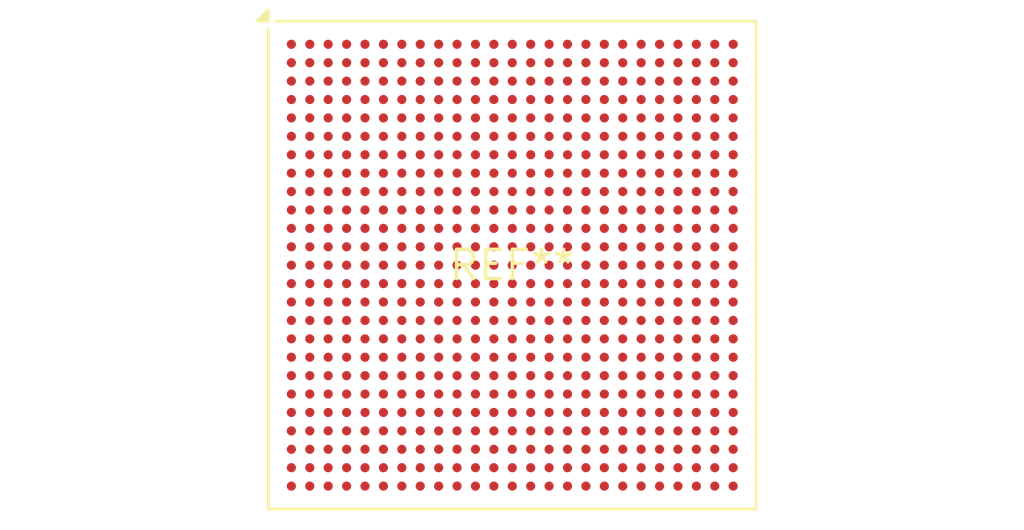
<source format=kicad_pcb>
(kicad_pcb (version 20240108) (generator pcbnew)
  (layers (0 "F.Cu" signal) (31 "B.Cu" signal) (34 "B.Paste" user) (35 "F.Paste" user) (36 "B.SilkS" user "B.Silkscreen") (37 "F.SilkS" user "F.Silkscreen") (38 "B.Mask" user) (39 "F.Mask" user) (44 "Edge.Cuts" user))
  (net 0 "")
  (footprint "BGA-625_21.0x21.0mm_Layout25x25_P0.8mm" (layer "F.Cu") (at 0 0)
    (property "Reference" "REF**")
    (property "Value" "BGA-625_21.0x21.0mm_Layout25x25_P0.8mm")
    (pad "A1" smd circle (at -9.6 -9.6) (size 0.4 0.4) (property pad_prop_bga) (layers "F.Cu" "F.Paste" "F.Mask"))
    (pad "A2" smd circle (at -8.8 -9.6) (size 0.4 0.4) (property pad_prop_bga) (layers "F.Cu" "F.Paste" "F.Mask"))
    (pad "A3" smd circle (at -8 -9.6) (size 0.4 0.4) (property pad_prop_bga) (layers "F.Cu" "F.Paste" "F.Mask"))
    (pad "A4" smd circle (at -7.2 -9.6) (size 0.4 0.4) (property pad_prop_bga) (layers "F.Cu" "F.Paste" "F.Mask"))
    (pad "A5" smd circle (at -6.4 -9.6) (size 0.4 0.4) (property pad_prop_bga) (layers "F.Cu" "F.Paste" "F.Mask"))
    (pad "A6" smd circle (at -5.6 -9.6) (size 0.4 0.4) (property pad_prop_bga) (layers "F.Cu" "F.Paste" "F.Mask"))
    (pad "A7" smd circle (at -4.8 -9.6) (size 0.4 0.4) (property pad_prop_bga) (layers "F.Cu" "F.Paste" "F.Mask"))
    (pad "A8" smd circle (at -4 -9.6) (size 0.4 0.4) (property pad_prop_bga) (layers "F.Cu" "F.Paste" "F.Mask"))
    (pad "A9" smd circle (at -3.2 -9.6) (size 0.4 0.4) (property pad_prop_bga) (layers "F.Cu" "F.Paste" "F.Mask"))
    (pad "A10" smd circle (at -2.4 -9.6) (size 0.4 0.4) (property pad_prop_bga) (layers "F.Cu" "F.Paste" "F.Mask"))
    (pad "A11" smd circle (at -1.6 -9.6) (size 0.4 0.4) (property pad_prop_bga) (layers "F.Cu" "F.Paste" "F.Mask"))
    (pad "A12" smd circle (at -0.8 -9.6) (size 0.4 0.4) (property pad_prop_bga) (layers "F.Cu" "F.Paste" "F.Mask"))
    (pad "A13" smd circle (at 0 -9.6) (size 0.4 0.4) (property pad_prop_bga) (layers "F.Cu" "F.Paste" "F.Mask"))
    (pad "A14" smd circle (at 0.8 -9.6) (size 0.4 0.4) (property pad_prop_bga) (layers "F.Cu" "F.Paste" "F.Mask"))
    (pad "A15" smd circle (at 1.6 -9.6) (size 0.4 0.4) (property pad_prop_bga) (layers "F.Cu" "F.Paste" "F.Mask"))
    (pad "A16" smd circle (at 2.4 -9.6) (size 0.4 0.4) (property pad_prop_bga) (layers "F.Cu" "F.Paste" "F.Mask"))
    (pad "A17" smd circle (at 3.2 -9.6) (size 0.4 0.4) (property pad_prop_bga) (layers "F.Cu" "F.Paste" "F.Mask"))
    (pad "A18" smd circle (at 4 -9.6) (size 0.4 0.4) (property pad_prop_bga) (layers "F.Cu" "F.Paste" "F.Mask"))
    (pad "A19" smd circle (at 4.8 -9.6) (size 0.4 0.4) (property pad_prop_bga) (layers "F.Cu" "F.Paste" "F.Mask"))
    (pad "A20" smd circle (at 5.6 -9.6) (size 0.4 0.4) (property pad_prop_bga) (layers "F.Cu" "F.Paste" "F.Mask"))
    (pad "A21" smd circle (at 6.4 -9.6) (size 0.4 0.4) (property pad_prop_bga) (layers "F.Cu" "F.Paste" "F.Mask"))
    (pad "A22" smd circle (at 7.2 -9.6) (size 0.4 0.4) (property pad_prop_bga) (layers "F.Cu" "F.Paste" "F.Mask"))
    (pad "A23" smd circle (at 8 -9.6) (size 0.4 0.4) (property pad_prop_bga) (layers "F.Cu" "F.Paste" "F.Mask"))
    (pad "A24" smd circle (at 8.8 -9.6) (size 0.4 0.4) (property pad_prop_bga) (layers "F.Cu" "F.Paste" "F.Mask"))
    (pad "A25" smd circle (at 9.6 -9.6) (size 0.4 0.4) (property pad_prop_bga) (layers "F.Cu" "F.Paste" "F.Mask"))
    (pad "AA1" smd circle (at -9.6 6.4) (size 0.4 0.4) (property pad_prop_bga) (layers "F.Cu" "F.Paste" "F.Mask"))
    (pad "AA2" smd circle (at -8.8 6.4) (size 0.4 0.4) (property pad_prop_bga) (layers "F.Cu" "F.Paste" "F.Mask"))
    (pad "AA3" smd circle (at -8 6.4) (size 0.4 0.4) (property pad_prop_bga) (layers "F.Cu" "F.Paste" "F.Mask"))
    (pad "AA4" smd circle (at -7.2 6.4) (size 0.4 0.4) (property pad_prop_bga) (layers "F.Cu" "F.Paste" "F.Mask"))
    (pad "AA5" smd circle (at -6.4 6.4) (size 0.4 0.4) (property pad_prop_bga) (layers "F.Cu" "F.Paste" "F.Mask"))
    (pad "AA6" smd circle (at -5.6 6.4) (size 0.4 0.4) (property pad_prop_bga) (layers "F.Cu" "F.Paste" "F.Mask"))
    (pad "AA7" smd circle (at -4.8 6.4) (size 0.4 0.4) (property pad_prop_bga) (layers "F.Cu" "F.Paste" "F.Mask"))
    (pad "AA8" smd circle (at -4 6.4) (size 0.4 0.4) (property pad_prop_bga) (layers "F.Cu" "F.Paste" "F.Mask"))
    (pad "AA9" smd circle (at -3.2 6.4) (size 0.4 0.4) (property pad_prop_bga) (layers "F.Cu" "F.Paste" "F.Mask"))
    (pad "AA10" smd circle (at -2.4 6.4) (size 0.4 0.4) (property pad_prop_bga) (layers "F.Cu" "F.Paste" "F.Mask"))
    (pad "AA11" smd circle (at -1.6 6.4) (size 0.4 0.4) (property pad_prop_bga) (layers "F.Cu" "F.Paste" "F.Mask"))
    (pad "AA12" smd circle (at -0.8 6.4) (size 0.4 0.4) (property pad_prop_bga) (layers "F.Cu" "F.Paste" "F.Mask"))
    (pad "AA13" smd circle (at 0 6.4) (size 0.4 0.4) (property pad_prop_bga) (layers "F.Cu" "F.Paste" "F.Mask"))
    (pad "AA14" smd circle (at 0.8 6.4) (size 0.4 0.4) (property pad_prop_bga) (layers "F.Cu" "F.Paste" "F.Mask"))
    (pad "AA15" smd circle (at 1.6 6.4) (size 0.4 0.4) (property pad_prop_bga) (layers "F.Cu" "F.Paste" "F.Mask"))
    (pad "AA16" smd circle (at 2.4 6.4) (size 0.4 0.4) (property pad_prop_bga) (layers "F.Cu" "F.Paste" "F.Mask"))
    (pad "AA17" smd circle (at 3.2 6.4) (size 0.4 0.4) (property pad_prop_bga) (layers "F.Cu" "F.Paste" "F.Mask"))
    (pad "AA18" smd circle (at 4 6.4) (size 0.4 0.4) (property pad_prop_bga) (layers "F.Cu" "F.Paste" "F.Mask"))
    (pad "AA19" smd circle (at 4.8 6.4) (size 0.4 0.4) (property pad_prop_bga) (layers "F.Cu" "F.Paste" "F.Mask"))
    (pad "AA20" smd circle (at 5.6 6.4) (size 0.4 0.4) (property pad_prop_bga) (layers "F.Cu" "F.Paste" "F.Mask"))
    (pad "AA21" smd circle (at 6.4 6.4) (size 0.4 0.4) (property pad_prop_bga) (layers "F.Cu" "F.Paste" "F.Mask"))
    (pad "AA22" smd circle (at 7.2 6.4) (size 0.4 0.4) (property pad_prop_bga) (layers "F.Cu" "F.Paste" "F.Mask"))
    (pad "AA23" smd circle (at 8 6.4) (size 0.4 0.4) (property pad_prop_bga) (layers "F.Cu" "F.Paste" "F.Mask"))
    (pad "AA24" smd circle (at 8.8 6.4) (size 0.4 0.4) (property pad_prop_bga) (layers "F.Cu" "F.Paste" "F.Mask"))
    (pad "AA25" smd circle (at 9.6 6.4) (size 0.4 0.4) (property pad_prop_bga) (layers "F.Cu" "F.Paste" "F.Mask"))
    (pad "AB1" smd circle (at -9.6 7.2) (size 0.4 0.4) (property pad_prop_bga) (layers "F.Cu" "F.Paste" "F.Mask"))
    (pad "AB2" smd circle (at -8.8 7.2) (size 0.4 0.4) (property pad_prop_bga) (layers "F.Cu" "F.Paste" "F.Mask"))
    (pad "AB3" smd circle (at -8 7.2) (size 0.4 0.4) (property pad_prop_bga) (layers "F.Cu" "F.Paste" "F.Mask"))
    (pad "AB4" smd circle (at -7.2 7.2) (size 0.4 0.4) (property pad_prop_bga) (layers "F.Cu" "F.Paste" "F.Mask"))
    (pad "AB5" smd circle (at -6.4 7.2) (size 0.4 0.4) (property pad_prop_bga) (layers "F.Cu" "F.Paste" "F.Mask"))
    (pad "AB6" smd circle (at -5.6 7.2) (size 0.4 0.4) (property pad_prop_bga) (layers "F.Cu" "F.Paste" "F.Mask"))
    (pad "AB7" smd circle (at -4.8 7.2) (size 0.4 0.4) (property pad_prop_bga) (layers "F.Cu" "F.Paste" "F.Mask"))
    (pad "AB8" smd circle (at -4 7.2) (size 0.4 0.4) (property pad_prop_bga) (layers "F.Cu" "F.Paste" "F.Mask"))
    (pad "AB9" smd circle (at -3.2 7.2) (size 0.4 0.4) (property pad_prop_bga) (layers "F.Cu" "F.Paste" "F.Mask"))
    (pad "AB10" smd circle (at -2.4 7.2) (size 0.4 0.4) (property pad_prop_bga) (layers "F.Cu" "F.Paste" "F.Mask"))
    (pad "AB11" smd circle (at -1.6 7.2) (size 0.4 0.4) (property pad_prop_bga) (layers "F.Cu" "F.Paste" "F.Mask"))
    (pad "AB12" smd circle (at -0.8 7.2) (size 0.4 0.4) (property pad_prop_bga) (layers "F.Cu" "F.Paste" "F.Mask"))
    (pad "AB13" smd circle (at 0 7.2) (size 0.4 0.4) (property pad_prop_bga) (layers "F.Cu" "F.Paste" "F.Mask"))
    (pad "AB14" smd circle (at 0.8 7.2) (size 0.4 0.4) (property pad_prop_bga) (layers "F.Cu" "F.Paste" "F.Mask"))
    (pad "AB15" smd circle (at 1.6 7.2) (size 0.4 0.4) (property pad_prop_bga) (layers "F.Cu" "F.Paste" "F.Mask"))
    (pad "AB16" smd circle (at 2.4 7.2) (size 0.4 0.4) (property pad_prop_bga) (layers "F.Cu" "F.Paste" "F.Mask"))
    (pad "AB17" smd circle (at 3.2 7.2) (size 0.4 0.4) (property pad_prop_bga) (layers "F.Cu" "F.Paste" "F.Mask"))
    (pad "AB18" smd circle (at 4 7.2) (size 0.4 0.4) (property pad_prop_bga) (layers "F.Cu" "F.Paste" "F.Mask"))
    (pad "AB19" smd circle (at 4.8 7.2) (size 0.4 0.4) (property pad_prop_bga) (layers "F.Cu" "F.Paste" "F.Mask"))
    (pad "AB20" smd circle (at 5.6 7.2) (size 0.4 0.4) (property pad_prop_bga) (layers "F.Cu" "F.Paste" "F.Mask"))
    (pad "AB21" smd circle (at 6.4 7.2) (size 0.4 0.4) (property pad_prop_bga) (layers "F.Cu" "F.Paste" "F.Mask"))
    (pad "AB22" smd circle (at 7.2 7.2) (size 0.4 0.4) (property pad_prop_bga) (layers "F.Cu" "F.Paste" "F.Mask"))
    (pad "AB23" smd circle (at 8 7.2) (size 0.4 0.4) (property pad_prop_bga) (layers "F.Cu" "F.Paste" "F.Mask"))
    (pad "AB24" smd circle (at 8.8 7.2) (size 0.4 0.4) (property pad_prop_bga) (layers "F.Cu" "F.Paste" "F.Mask"))
    (pad "AB25" smd circle (at 9.6 7.2) (size 0.4 0.4) (property pad_prop_bga) (layers "F.Cu" "F.Paste" "F.Mask"))
    (pad "AC1" smd circle (at -9.6 8) (size 0.4 0.4) (property pad_prop_bga) (layers "F.Cu" "F.Paste" "F.Mask"))
    (pad "AC2" smd circle (at -8.8 8) (size 0.4 0.4) (property pad_prop_bga) (layers "F.Cu" "F.Paste" "F.Mask"))
    (pad "AC3" smd circle (at -8 8) (size 0.4 0.4) (property pad_prop_bga) (layers "F.Cu" "F.Paste" "F.Mask"))
    (pad "AC4" smd circle (at -7.2 8) (size 0.4 0.4) (property pad_prop_bga) (layers "F.Cu" "F.Paste" "F.Mask"))
    (pad "AC5" smd circle (at -6.4 8) (size 0.4 0.4) (property pad_prop_bga) (layers "F.Cu" "F.Paste" "F.Mask"))
    (pad "AC6" smd circle (at -5.6 8) (size 0.4 0.4) (property pad_prop_bga) (layers "F.Cu" "F.Paste" "F.Mask"))
    (pad "AC7" smd circle (at -4.8 8) (size 0.4 0.4) (property pad_prop_bga) (layers "F.Cu" "F.Paste" "F.Mask"))
    (pad "AC8" smd circle (at -4 8) (size 0.4 0.4) (property pad_prop_bga) (layers "F.Cu" "F.Paste" "F.Mask"))
    (pad "AC9" smd circle (at -3.2 8) (size 0.4 0.4) (property pad_prop_bga) (layers "F.Cu" "F.Paste" "F.Mask"))
    (pad "AC10" smd circle (at -2.4 8) (size 0.4 0.4) (property pad_prop_bga) (layers "F.Cu" "F.Paste" "F.Mask"))
    (pad "AC11" smd circle (at -1.6 8) (size 0.4 0.4) (property pad_prop_bga) (layers "F.Cu" "F.Paste" "F.Mask"))
    (pad "AC12" smd circle (at -0.8 8) (size 0.4 0.4) (property pad_prop_bga) (layers "F.Cu" "F.Paste" "F.Mask"))
    (pad "AC13" smd circle (at 0 8) (size 0.4 0.4) (property pad_prop_bga) (layers "F.Cu" "F.Paste" "F.Mask"))
    (pad "AC14" smd circle (at 0.8 8) (size 0.4 0.4) (property pad_prop_bga) (layers "F.Cu" "F.Paste" "F.Mask"))
    (pad "AC15" smd circle (at 1.6 8) (size 0.4 0.4) (property pad_prop_bga) (layers "F.Cu" "F.Paste" "F.Mask"))
    (pad "AC16" smd circle (at 2.4 8) (size 0.4 0.4) (property pad_prop_bga) (layers "F.Cu" "F.Paste" "F.Mask"))
    (pad "AC17" smd circle (at 3.2 8) (size 0.4 0.4) (property pad_prop_bga) (layers "F.Cu" "F.Paste" "F.Mask"))
    (pad "AC18" smd circle (at 4 8) (size 0.4 0.4) (property pad_prop_bga) (layers "F.Cu" "F.Paste" "F.Mask"))
    (pad "AC19" smd circle (at 4.8 8) (size 0.4 0.4) (property pad_prop_bga) (layers "F.Cu" "F.Paste" "F.Mask"))
    (pad "AC20" smd circle (at 5.6 8) (size 0.4 0.4) (property pad_prop_bga) (layers "F.Cu" "F.Paste" "F.Mask"))
    (pad "AC21" smd circle (at 6.4 8) (size 0.4 0.4) (property pad_prop_bga) (layers "F.Cu" "F.Paste" "F.Mask"))
    (pad "AC22" smd circle (at 7.2 8) (size 0.4 0.4) (property pad_prop_bga) (layers "F.Cu" "F.Paste" "F.Mask"))
    (pad "AC23" smd circle (at 8 8) (size 0.4 0.4) (property pad_prop_bga) (layers "F.Cu" "F.Paste" "F.Mask"))
    (pad "AC24" smd circle (at 8.8 8) (size 0.4 0.4) (property pad_prop_bga) (layers "F.Cu" "F.Paste" "F.Mask"))
    (pad "AC25" smd circle (at 9.6 8) (size 0.4 0.4) (property pad_prop_bga) (layers "F.Cu" "F.Paste" "F.Mask"))
    (pad "AD1" smd circle (at -9.6 8.8) (size 0.4 0.4) (property pad_prop_bga) (layers "F.Cu" "F.Paste" "F.Mask"))
    (pad "AD2" smd circle (at -8.8 8.8) (size 0.4 0.4) (property pad_prop_bga) (layers "F.Cu" "F.Paste" "F.Mask"))
    (pad "AD3" smd circle (at -8 8.8) (size 0.4 0.4) (property pad_prop_bga) (layers "F.Cu" "F.Paste" "F.Mask"))
    (pad "AD4" smd circle (at -7.2 8.8) (size 0.4 0.4) (property pad_prop_bga) (layers "F.Cu" "F.Paste" "F.Mask"))
    (pad "AD5" smd circle (at -6.4 8.8) (size 0.4 0.4) (property pad_prop_bga) (layers "F.Cu" "F.Paste" "F.Mask"))
    (pad "AD6" smd circle (at -5.6 8.8) (size 0.4 0.4) (property pad_prop_bga) (layers "F.Cu" "F.Paste" "F.Mask"))
    (pad "AD7" smd circle (at -4.8 8.8) (size 0.4 0.4) (property pad_prop_bga) (layers "F.Cu" "F.Paste" "F.Mask"))
    (pad "AD8" smd circle (at -4 8.8) (size 0.4 0.4) (property pad_prop_bga) (layers "F.Cu" "F.Paste" "F.Mask"))
    (pad "AD9" smd circle (at -3.2 8.8) (size 0.4 0.4) (property pad_prop_bga) (layers "F.Cu" "F.Paste" "F.Mask"))
    (pad "AD10" smd circle (at -2.4 8.8) (size 0.4 0.4) (property pad_prop_bga) (layers "F.Cu" "F.Paste" "F.Mask"))
    (pad "AD11" smd circle (at -1.6 8.8) (size 0.4 0.4) (property pad_prop_bga) (layers "F.Cu" "F.Paste" "F.Mask"))
    (pad "AD12" smd circle (at -0.8 8.8) (size 0.4 0.4) (property pad_prop_bga) (layers "F.Cu" "F.Paste" "F.Mask"))
    (pad "AD13" smd circle (at 0 8.8) (size 0.4 0.4) (property pad_prop_bga) (layers "F.Cu" "F.Paste" "F.Mask"))
    (pad "AD14" smd circle (at 0.8 8.8) (size 0.4 0.4) (property pad_prop_bga) (layers "F.Cu" "F.Paste" "F.Mask"))
    (pad "AD15" smd circle (at 1.6 8.8) (size 0.4 0.4) (property pad_prop_bga) (layers "F.Cu" "F.Paste" "F.Mask"))
    (pad "AD16" smd circle (at 2.4 8.8) (size 0.4 0.4) (property pad_prop_bga) (layers "F.Cu" "F.Paste" "F.Mask"))
    (pad "AD17" smd circle (at 3.2 8.8) (size 0.4 0.4) (property pad_prop_bga) (layers "F.Cu" "F.Paste" "F.Mask"))
    (pad "AD18" smd circle (at 4 8.8) (size 0.4 0.4) (property pad_prop_bga) (layers "F.Cu" "F.Paste" "F.Mask"))
    (pad "AD19" smd circle (at 4.8 8.8) (size 0.4 0.4) (property pad_prop_bga) (layers "F.Cu" "F.Paste" "F.Mask"))
    (pad "AD20" smd circle (at 5.6 8.8) (size 0.4 0.4) (property pad_prop_bga) (layers "F.Cu" "F.Paste" "F.Mask"))
    (pad "AD21" smd circle (at 6.4 8.8) (size 0.4 0.4) (property pad_prop_bga) (layers "F.Cu" "F.Paste" "F.Mask"))
    (pad "AD22" smd circle (at 7.2 8.8) (size 0.4 0.4) (property pad_prop_bga) (layers "F.Cu" "F.Paste" "F.Mask"))
    (pad "AD23" smd circle (at 8 8.8) (size 0.4 0.4) (property pad_prop_bga) (layers "F.Cu" "F.Paste" "F.Mask"))
    (pad "AD24" smd circle (at 8.8 8.8) (size 0.4 0.4) (property pad_prop_bga) (layers "F.Cu" "F.Paste" "F.Mask"))
    (pad "AD25" smd circle (at 9.6 8.8) (size 0.4 0.4) (property pad_prop_bga) (layers "F.Cu" "F.Paste" "F.Mask"))
    (pad "AE1" smd circle (at -9.6 9.6) (size 0.4 0.4) (property pad_prop_bga) (layers "F.Cu" "F.Paste" "F.Mask"))
    (pad "AE2" smd circle (at -8.8 9.6) (size 0.4 0.4) (property pad_prop_bga) (layers "F.Cu" "F.Paste" "F.Mask"))
    (pad "AE3" smd circle (at -8 9.6) (size 0.4 0.4) (property pad_prop_bga) (layers "F.Cu" "F.Paste" "F.Mask"))
    (pad "AE4" smd circle (at -7.2 9.6) (size 0.4 0.4) (property pad_prop_bga) (layers "F.Cu" "F.Paste" "F.Mask"))
    (pad "AE5" smd circle (at -6.4 9.6) (size 0.4 0.4) (property pad_prop_bga) (layers "F.Cu" "F.Paste" "F.Mask"))
    (pad "AE6" smd circle (at -5.6 9.6) (size 0.4 0.4) (property pad_prop_bga) (layers "F.Cu" "F.Paste" "F.Mask"))
    (pad "AE7" smd circle (at -4.8 9.6) (size 0.4 0.4) (property pad_prop_bga) (layers "F.Cu" "F.Paste" "F.Mask"))
    (pad "AE8" smd circle (at -4 9.6) (size 0.4 0.4) (property pad_prop_bga) (layers "F.Cu" "F.Paste" "F.Mask"))
    (pad "AE9" smd circle (at -3.2 9.6) (size 0.4 0.4) (property pad_prop_bga) (layers "F.Cu" "F.Paste" "F.Mask"))
    (pad "AE10" smd circle (at -2.4 9.6) (size 0.4 0.4) (property pad_prop_bga) (layers "F.Cu" "F.Paste" "F.Mask"))
    (pad "AE11" smd circle (at -1.6 9.6) (size 0.4 0.4) (property pad_prop_bga) (layers "F.Cu" "F.Paste" "F.Mask"))
    (pad "AE12" smd circle (at -0.8 9.6) (size 0.4 0.4) (property pad_prop_bga) (layers "F.Cu" "F.Paste" "F.Mask"))
    (pad "AE13" smd circle (at 0 9.6) (size 0.4 0.4) (property pad_prop_bga) (layers "F.Cu" "F.Paste" "F.Mask"))
    (pad "AE14" smd circle (at 0.8 9.6) (size 0.4 0.4) (property pad_prop_bga) (layers "F.Cu" "F.Paste" "F.Mask"))
    (pad "AE15" smd circle (at 1.6 9.6) (size 0.4 0.4) (property pad_prop_bga) (layers "F.Cu" "F.Paste" "F.Mask"))
    (pad "AE16" smd circle (at 2.4 9.6) (size 0.4 0.4) (property pad_prop_bga) (layers "F.Cu" "F.Paste" "F.Mask"))
    (pad "AE17" smd circle (at 3.2 9.6) (size 0.4 0.4) (property pad_prop_bga) (layers "F.Cu" "F.Paste" "F.Mask"))
    (pad "AE18" smd circle (at 4 9.6) (size 0.4 0.4) (property pad_prop_bga) (layers "F.Cu" "F.Paste" "F.Mask"))
    (pad "AE19" smd circle (at 4.8 9.6) (size 0.4 0.4) (property pad_prop_bga) (layers "F.Cu" "F.Paste" "F.Mask"))
    (pad "AE20" smd circle (at 5.6 9.6) (size 0.4 0.4) (property pad_prop_bga) (layers "F.Cu" "F.Paste" "F.Mask"))
    (pad "AE21" smd circle (at 6.4 9.6) (size 0.4 0.4) (property pad_prop_bga) (layers "F.Cu" "F.Paste" "F.Mask"))
    (pad "AE22" smd circle (at 7.2 9.6) (size 0.4 0.4) (property pad_prop_bga) (layers "F.Cu" "F.Paste" "F.Mask"))
    (pad "AE23" smd circle (at 8 9.6) (size 0.4 0.4) (property pad_prop_bga) (layers "F.Cu" "F.Paste" "F.Mask"))
    (pad "AE24" smd circle (at 8.8 9.6) (size 0.4 0.4) (property pad_prop_bga) (layers "F.Cu" "F.Paste" "F.Mask"))
    (pad "AE25" smd circle (at 9.6 9.6) (size 0.4 0.4) (property pad_prop_bga) (layers "F.Cu" "F.Paste" "F.Mask"))
    (pad "B1" smd circle (at -9.6 -8.8) (size 0.4 0.4) (property pad_prop_bga) (layers "F.Cu" "F.Paste" "F.Mask"))
    (pad "B2" smd circle (at -8.8 -8.8) (size 0.4 0.4) (property pad_prop_bga) (layers "F.Cu" "F.Paste" "F.Mask"))
    (pad "B3" smd circle (at -8 -8.8) (size 0.4 0.4) (property pad_prop_bga) (layers "F.Cu" "F.Paste" "F.Mask"))
    (pad "B4" smd circle (at -7.2 -8.8) (size 0.4 0.4) (property pad_prop_bga) (layers "F.Cu" "F.Paste" "F.Mask"))
    (pad "B5" smd circle (at -6.4 -8.8) (size 0.4 0.4) (property pad_prop_bga) (layers "F.Cu" "F.Paste" "F.Mask"))
    (pad "B6" smd circle (at -5.6 -8.8) (size 0.4 0.4) (property pad_prop_bga) (layers "F.Cu" "F.Paste" "F.Mask"))
    (pad "B7" smd circle (at -4.8 -8.8) (size 0.4 0.4) (property pad_prop_bga) (layers "F.Cu" "F.Paste" "F.Mask"))
    (pad "B8" smd circle (at -4 -8.8) (size 0.4 0.4) (property pad_prop_bga) (layers "F.Cu" "F.Paste" "F.Mask"))
    (pad "B9" smd circle (at -3.2 -8.8) (size 0.4 0.4) (property pad_prop_bga) (layers "F.Cu" "F.Paste" "F.Mask"))
    (pad "B10" smd circle (at -2.4 -8.8) (size 0.4 0.4) (property pad_prop_bga) (layers "F.Cu" "F.Paste" "F.Mask"))
    (pad "B11" smd circle (at -1.6 -8.8) (size 0.4 0.4) (property pad_prop_bga) (layers "F.Cu" "F.Paste" "F.Mask"))
    (pad "B12" smd circle (at -0.8 -8.8) (size 0.4 0.4) (property pad_prop_bga) (layers "F.Cu" "F.Paste" "F.Mask"))
    (pad "B13" smd circle (at 0 -8.8) (size 0.4 0.4) (property pad_prop_bga) (layers "F.Cu" "F.Paste" "F.Mask"))
    (pad "B14" smd circle (at 0.8 -8.8) (size 0.4 0.4) (property pad_prop_bga) (layers "F.Cu" "F.Paste" "F.Mask"))
    (pad "B15" smd circle (at 1.6 -8.8) (size 0.4 0.4) (property pad_prop_bga) (layers "F.Cu" "F.Paste" "F.Mask"))
    (pad "B16" smd circle (at 2.4 -8.8) (size 0.4 0.4) (property pad_prop_bga) (layers "F.Cu" "F.Paste" "F.Mask"))
    (pad "B17" smd circle (at 3.2 -8.8) (size 0.4 0.4) (property pad_prop_bga) (layers "F.Cu" "F.Paste" "F.Mask"))
    (pad "B18" smd circle (at 4 -8.8) (size 0.4 0.4) (property pad_prop_bga) (layers "F.Cu" "F.Paste" "F.Mask"))
    (pad "B19" smd circle (at 4.8 -8.8) (size 0.4 0.4) (property pad_prop_bga) (layers "F.Cu" "F.Paste" "F.Mask"))
    (pad "B20" smd circle (at 5.6 -8.8) (size 0.4 0.4) (property pad_prop_bga) (layers "F.Cu" "F.Paste" "F.Mask"))
    (pad "B21" smd circle (at 6.4 -8.8) (size 0.4 0.4) (property pad_prop_bga) (layers "F.Cu" "F.Paste" "F.Mask"))
    (pad "B22" smd circle (at 7.2 -8.8) (size 0.4 0.4) (property pad_prop_bga) (layers "F.Cu" "F.Paste" "F.Mask"))
    (pad "B23" smd circle (at 8 -8.8) (size 0.4 0.4) (property pad_prop_bga) (layers "F.Cu" "F.Paste" "F.Mask"))
    (pad "B24" smd circle (at 8.8 -8.8) (size 0.4 0.4) (property pad_prop_bga) (layers "F.Cu" "F.Paste" "F.Mask"))
    (pad "B25" smd circle (at 9.6 -8.8) (size 0.4 0.4) (property pad_prop_bga) (layers "F.Cu" "F.Paste" "F.Mask"))
    (pad "C1" smd circle (at -9.6 -8) (size 0.4 0.4) (property pad_prop_bga) (layers "F.Cu" "F.Paste" "F.Mask"))
    (pad "C2" smd circle (at -8.8 -8) (size 0.4 0.4) (property pad_prop_bga) (layers "F.Cu" "F.Paste" "F.Mask"))
    (pad "C3" smd circle (at -8 -8) (size 0.4 0.4) (property pad_prop_bga) (layers "F.Cu" "F.Paste" "F.Mask"))
    (pad "C4" smd circle (at -7.2 -8) (size 0.4 0.4) (property pad_prop_bga) (layers "F.Cu" "F.Paste" "F.Mask"))
    (pad "C5" smd circle (at -6.4 -8) (size 0.4 0.4) (property pad_prop_bga) (layers "F.Cu" "F.Paste" "F.Mask"))
    (pad "C6" smd circle (at -5.6 -8) (size 0.4 0.4) (property pad_prop_bga) (layers "F.Cu" "F.Paste" "F.Mask"))
    (pad "C7" smd circle (at -4.8 -8) (size 0.4 0.4) (property pad_prop_bga) (layers "F.Cu" "F.Paste" "F.Mask"))
    (pad "C8" smd circle (at -4 -8) (size 0.4 0.4) (property pad_prop_bga) (layers "F.Cu" "F.Paste" "F.Mask"))
    (pad "C9" smd circle (at -3.2 -8) (size 0.4 0.4) (property pad_prop_bga) (layers "F.Cu" "F.Paste" "F.Mask"))
    (pad "C10" smd circle (at -2.4 -8) (size 0.4 0.4) (property pad_prop_bga) (layers "F.Cu" "F.Paste" "F.Mask"))
    (pad "C11" smd circle (at -1.6 -8) (size 0.4 0.4) (property pad_prop_bga) (layers "F.Cu" "F.Paste" "F.Mask"))
    (pad "C12" smd circle (at -0.8 -8) (size 0.4 0.4) (property pad_prop_bga) (layers "F.Cu" "F.Paste" "F.Mask"))
    (pad "C13" smd circle (at 0 -8) (size 0.4 0.4) (property pad_prop_bga) (layers "F.Cu" "F.Paste" "F.Mask"))
    (pad "C14" smd circle (at 0.8 -8) (size 0.4 0.4) (property pad_prop_bga) (layers "F.Cu" "F.Paste" "F.Mask"))
    (pad "C15" smd circle (at 1.6 -8) (size 0.4 0.4) (property pad_prop_bga) (layers "F.Cu" "F.Paste" "F.Mask"))
    (pad "C16" smd circle (at 2.4 -8) (size 0.4 0.4) (property pad_prop_bga) (layers "F.Cu" "F.Paste" "F.Mask"))
    (pad "C17" smd circle (at 3.2 -8) (size 0.4 0.4) (property pad_prop_bga) (layers "F.Cu" "F.Paste" "F.Mask"))
    (pad "C18" smd circle (at 4 -8) (size 0.4 0.4) (property pad_prop_bga) (layers "F.Cu" "F.Paste" "F.Mask"))
    (pad "C19" smd circle (at 4.8 -8) (size 0.4 0.4) (property pad_prop_bga) (layers "F.Cu" "F.Paste" "F.Mask"))
    (pad "C20" smd circle (at 5.6 -8) (size 0.4 0.4) (property pad_prop_bga) (layers "F.Cu" "F.Paste" "F.Mask"))
    (pad "C21" smd circle (at 6.4 -8) (size 0.4 0.4) (property pad_prop_bga) (layers "F.Cu" "F.Paste" "F.Mask"))
    (pad "C22" smd circle (at 7.2 -8) (size 0.4 0.4) (property pad_prop_bga) (layers "F.Cu" "F.Paste" "F.Mask"))
    (pad "C23" smd circle (at 8 -8) (size 0.4 0.4) (property pad_prop_bga) (layers "F.Cu" "F.Paste" "F.Mask"))
    (pad "C24" smd circle (at 8.8 -8) (size 0.4 0.4) (property pad_prop_bga) (layers "F.Cu" "F.Paste" "F.Mask"))
    (pad "C25" smd circle (at 9.6 -8) (size 0.4 0.4) (property pad_prop_bga) (layers "F.Cu" "F.Paste" "F.Mask"))
    (pad "D1" smd circle (at -9.6 -7.2) (size 0.4 0.4) (property pad_prop_bga) (layers "F.Cu" "F.Paste" "F.Mask"))
    (pad "D2" smd circle (at -8.8 -7.2) (size 0.4 0.4) (property pad_prop_bga) (layers "F.Cu" "F.Paste" "F.Mask"))
    (pad "D3" smd circle (at -8 -7.2) (size 0.4 0.4) (property pad_prop_bga) (layers "F.Cu" "F.Paste" "F.Mask"))
    (pad "D4" smd circle (at -7.2 -7.2) (size 0.4 0.4) (property pad_prop_bga) (layers "F.Cu" "F.Paste" "F.Mask"))
    (pad "D5" smd circle (at -6.4 -7.2) (size 0.4 0.4) (property pad_prop_bga) (layers "F.Cu" "F.Paste" "F.Mask"))
    (pad "D6" smd circle (at -5.6 -7.2) (size 0.4 0.4) (property pad_prop_bga) (layers "F.Cu" "F.Paste" "F.Mask"))
    (pad "D7" smd circle (at -4.8 -7.2) (size 0.4 0.4) (property pad_prop_bga) (layers "F.Cu" "F.Paste" "F.Mask"))
    (pad "D8" smd circle (at -4 -7.2) (size 0.4 0.4) (property pad_prop_bga) (layers "F.Cu" "F.Paste" "F.Mask"))
    (pad "D9" smd circle (at -3.2 -7.2) (size 0.4 0.4) (property pad_prop_bga) (layers "F.Cu" "F.Paste" "F.Mask"))
    (pad "D10" smd circle (at -2.4 -7.2) (size 0.4 0.4) (property pad_prop_bga) (layers "F.Cu" "F.Paste" "F.Mask"))
    (pad "D11" smd circle (at -1.6 -7.2) (size 0.4 0.4) (property pad_prop_bga) (layers "F.Cu" "F.Paste" "F.Mask"))
    (pad "D12" smd circle (at -0.8 -7.2) (size 0.4 0.4) (property pad_prop_bga) (layers "F.Cu" "F.Paste" "F.Mask"))
    (pad "D13" smd circle (at 0 -7.2) (size 0.4 0.4) (property pad_prop_bga) (layers "F.Cu" "F.Paste" "F.Mask"))
    (pad "D14" smd circle (at 0.8 -7.2) (size 0.4 0.4) (property pad_prop_bga) (layers "F.Cu" "F.Paste" "F.Mask"))
    (pad "D15" smd circle (at 1.6 -7.2) (size 0.4 0.4) (property pad_prop_bga) (layers "F.Cu" "F.Paste" "F.Mask"))
    (pad "D16" smd circle (at 2.4 -7.2) (size 0.4 0.4) (property pad_prop_bga) (layers "F.Cu" "F.Paste" "F.Mask"))
    (pad "D17" smd circle (at 3.2 -7.2) (size 0.4 0.4) (property pad_prop_bga) (layers "F.Cu" "F.Paste" "F.Mask"))
    (pad "D18" smd circle (at 4 -7.2) (size 0.4 0.4) (property pad_prop_bga) (layers "F.Cu" "F.Paste" "F.Mask"))
    (pad "D19" smd circle (at 4.8 -7.2) (size 0.4 0.4) (property pad_prop_bga) (layers "F.Cu" "F.Paste" "F.Mask"))
    (pad "D20" smd circle (at 5.6 -7.2) (size 0.4 0.4) (property pad_prop_bga) (layers "F.Cu" "F.Paste" "F.Mask"))
    (pad "D21" smd circle (at 6.4 -7.2) (size 0.4 0.4) (property pad_prop_bga) (layers "F.Cu" "F.Paste" "F.Mask"))
    (pad "D22" smd circle (at 7.2 -7.2) (size 0.4 0.4) (property pad_prop_bga) (layers "F.Cu" "F.Paste" "F.Mask"))
    (pad "D23" smd circle (at 8 -7.2) (size 0.4 0.4) (property pad_prop_bga) (layers "F.Cu" "F.Paste" "F.Mask"))
    (pad "D24" smd circle (at 8.8 -7.2) (size 0.4 0.4) (property pad_prop_bga) (layers "F.Cu" "F.Paste" "F.Mask"))
    (pad "D25" smd circle (at 9.6 -7.2) (size 0.4 0.4) (property pad_prop_bga) (layers "F.Cu" "F.Paste" "F.Mask"))
    (pad "E1" smd circle (at -9.6 -6.4) (size 0.4 0.4) (property pad_prop_bga) (layers "F.Cu" "F.Paste" "F.Mask"))
    (pad "E2" smd circle (at -8.8 -6.4) (size 0.4 0.4) (property pad_prop_bga) (layers "F.Cu" "F.Paste" "F.Mask"))
    (pad "E3" smd circle (at -8 -6.4) (size 0.4 0.4) (property pad_prop_bga) (layers "F.Cu" "F.Paste" "F.Mask"))
    (pad "E4" smd circle (at -7.2 -6.4) (size 0.4 0.4) (property pad_prop_bga) (layers "F.Cu" "F.Paste" "F.Mask"))
    (pad "E5" smd circle (at -6.4 -6.4) (size 0.4 0.4) (property pad_prop_bga) (layers "F.Cu" "F.Paste" "F.Mask"))
    (pad "E6" smd circle (at -5.6 -6.4) (size 0.4 0.4) (property pad_prop_bga) (layers "F.Cu" "F.Paste" "F.Mask"))
    (pad "E7" smd circle (at -4.8 -6.4) (size 0.4 0.4) (property pad_prop_bga) (layers "F.Cu" "F.Paste" "F.Mask"))
    (pad "E8" smd circle (at -4 -6.4) (size 0.4 0.4) (property pad_prop_bga) (layers "F.Cu" "F.Paste" "F.Mask"))
    (pad "E9" smd circle (at -3.2 -6.4) (size 0.4 0.4) (property pad_prop_bga) (layers "F.Cu" "F.Paste" "F.Mask"))
    (pad "E10" smd circle (at -2.4 -6.4) (size 0.4 0.4) (property pad_prop_bga) (layers "F.Cu" "F.Paste" "F.Mask"))
    (pad "E11" smd circle (at -1.6 -6.4) (size 0.4 0.4) (property pad_prop_bga) (layers "F.Cu" "F.Paste" "F.Mask"))
    (pad "E12" smd circle (at -0.8 -6.4) (size 0.4 0.4) (property pad_prop_bga) (layers "F.Cu" "F.Paste" "F.Mask"))
    (pad "E13" smd circle (at 0 -6.4) (size 0.4 0.4) (property pad_prop_bga) (layers "F.Cu" "F.Paste" "F.Mask"))
    (pad "E14" smd circle (at 0.8 -6.4) (size 0.4 0.4) (property pad_prop_bga) (layers "F.Cu" "F.Paste" "F.Mask"))
    (pad "E15" smd circle (at 1.6 -6.4) (size 0.4 0.4) (property pad_prop_bga) (layers "F.Cu" "F.Paste" "F.Mask"))
    (pad "E16" smd circle (at 2.4 -6.4) (size 0.4 0.4) (property pad_prop_bga) (layers "F.Cu" "F.Paste" "F.Mask"))
    (pad "E17" smd circle (at 3.2 -6.4) (size 0.4 0.4) (property pad_prop_bga) (layers "F.Cu" "F.Paste" "F.Mask"))
    (pad "E18" smd circle (at 4 -6.4) (size 0.4 0.4) (property pad_prop_bga) (layers "F.Cu" "F.Paste" "F.Mask"))
    (pad "E19" smd circle (at 4.8 -6.4) (size 0.4 0.4) (property pad_prop_bga) (layers "F.Cu" "F.Paste" "F.Mask"))
    (pad "E20" smd circle (at 5.6 -6.4) (size 0.4 0.4) (property pad_prop_bga) (layers "F.Cu" "F.Paste" "F.Mask"))
    (pad "E21" smd circle (at 6.4 -6.4) (size 0.4 0.4) (property pad_prop_bga) (layers "F.Cu" "F.Paste" "F.Mask"))
    (pad "E22" smd circle (at 7.2 -6.4) (size 0.4 0.4) (property pad_prop_bga) (layers "F.Cu" "F.Paste" "F.Mask"))
    (pad "E23" smd circle (at 8 -6.4) (size 0.4 0.4) (property pad_prop_bga) (layers "F.Cu" "F.Paste" "F.Mask"))
    (pad "E24" smd circle (at 8.8 -6.4) (size 0.4 0.4) (property pad_prop_bga) (layers "F.Cu" "F.Paste" "F.Mask"))
    (pad "E25" smd circle (at 9.6 -6.4) (size 0.4 0.4) (property pad_prop_bga) (layers "F.Cu" "F.Paste" "F.Mask"))
    (pad "F1" smd circle (at -9.6 -5.6) (size 0.4 0.4) (property pad_prop_bga) (layers "F.Cu" "F.Paste" "F.Mask"))
    (pad "F2" smd circle (at -8.8 -5.6) (size 0.4 0.4) (property pad_prop_bga) (layers "F.Cu" "F.Paste" "F.Mask"))
    (pad "F3" smd circle (at -8 -5.6) (size 0.4 0.4) (property pad_prop_bga) (layers "F.Cu" "F.Paste" "F.Mask"))
    (pad "F4" smd circle (at -7.2 -5.6) (size 0.4 0.4) (property pad_prop_bga) (layers "F.Cu" "F.Paste" "F.Mask"))
    (pad "F5" smd circle (at -6.4 -5.6) (size 0.4 0.4) (property pad_prop_bga) (layers "F.Cu" "F.Paste" "F.Mask"))
    (pad "F6" smd circle (at -5.6 -5.6) (size 0.4 0.4) (property pad_prop_bga) (layers "F.Cu" "F.Paste" "F.Mask"))
    (pad "F7" smd circle (at -4.8 -5.6) (size 0.4 0.4) (property pad_prop_bga) (layers "F.Cu" "F.Paste" "F.Mask"))
    (pad "F8" smd circle (at -4 -5.6) (size 0.4 0.4) (property pad_prop_bga) (layers "F.Cu" "F.Paste" "F.Mask"))
    (pad "F9" smd circle (at -3.2 -5.6) (size 0.4 0.4) (property pad_prop_bga) (layers "F.Cu" "F.Paste" "F.Mask"))
    (pad "F10" smd circle (at -2.4 -5.6) (size 0.4 0.4) (property pad_prop_bga) (layers "F.Cu" "F.Paste" "F.Mask"))
    (pad "F11" smd circle (at -1.6 -5.6) (size 0.4 0.4) (property pad_prop_bga) (layers "F.Cu" "F.Paste" "F.Mask"))
    (pad "F12" smd circle (at -0.8 -5.6) (size 0.4 0.4) (property pad_prop_bga) (layers "F.Cu" "F.Paste" "F.Mask"))
    (pad "F13" smd circle (at 0 -5.6) (size 0.4 0.4) (property pad_prop_bga) (layers "F.Cu" "F.Paste" "F.Mask"))
    (pad "F14" smd circle (at 0.8 -5.6) (size 0.4 0.4) (property pad_prop_bga) (layers "F.Cu" "F.Paste" "F.Mask"))
    (pad "F15" smd circle (at 1.6 -5.6) (size 0.4 0.4) (property pad_prop_bga) (layers "F.Cu" "F.Paste" "F.Mask"))
    (pad "F16" smd circle (at 2.4 -5.6) (size 0.4 0.4) (property pad_prop_bga) (layers "F.Cu" "F.Paste" "F.Mask"))
    (pad "F17" smd circle (at 3.2 -5.6) (size 0.4 0.4) (property pad_prop_bga) (layers "F.Cu" "F.Paste" "F.Mask"))
    (pad "F18" smd circle (at 4 -5.6) (size 0.4 0.4) (property pad_prop_bga) (layers "F.Cu" "F.Paste" "F.Mask"))
    (pad "F19" smd circle (at 4.8 -5.6) (size 0.4 0.4) (property pad_prop_bga) (layers "F.Cu" "F.Paste" "F.Mask"))
    (pad "F20" smd circle (at 5.6 -5.6) (size 0.4 0.4) (property pad_prop_bga) (layers "F.Cu" "F.Paste" "F.Mask"))
    (pad "F21" smd circle (at 6.4 -5.6) (size 0.4 0.4) (property pad_prop_bga) (layers "F.Cu" "F.Paste" "F.Mask"))
    (pad "F22" smd circle (at 7.2 -5.6) (size 0.4 0.4) (property pad_prop_bga) (layers "F.Cu" "F.Paste" "F.Mask"))
    (pad "F23" smd circle (at 8 -5.6) (size 0.4 0.4) (property pad_prop_bga) (layers "F.Cu" "F.Paste" "F.Mask"))
    (pad "F24" smd circle (at 8.8 -5.6) (size 0.4 0.4) (property pad_prop_bga) (layers "F.Cu" "F.Paste" "F.Mask"))
    (pad "F25" smd circle (at 9.6 -5.6) (size 0.4 0.4) (property pad_prop_bga) (layers "F.Cu" "F.Paste" "F.Mask"))
    (pad "G1" smd circle (at -9.6 -4.8) (size 0.4 0.4) (property pad_prop_bga) (layers "F.Cu" "F.Paste" "F.Mask"))
    (pad "G2" smd circle (at -8.8 -4.8) (size 0.4 0.4) (property pad_prop_bga) (layers "F.Cu" "F.Paste" "F.Mask"))
    (pad "G3" smd circle (at -8 -4.8) (size 0.4 0.4) (property pad_prop_bga) (layers "F.Cu" "F.Paste" "F.Mask"))
    (pad "G4" smd circle (at -7.2 -4.8) (size 0.4 0.4) (property pad_prop_bga) (layers "F.Cu" "F.Paste" "F.Mask"))
    (pad "G5" smd circle (at -6.4 -4.8) (size 0.4 0.4) (property pad_prop_bga) (layers "F.Cu" "F.Paste" "F.Mask"))
    (pad "G6" smd circle (at -5.6 -4.8) (size 0.4 0.4) (property pad_prop_bga) (layers "F.Cu" "F.Paste" "F.Mask"))
    (pad "G7" smd circle (at -4.8 -4.8) (size 0.4 0.4) (property pad_prop_bga) (layers "F.Cu" "F.Paste" "F.Mask"))
    (pad "G8" smd circle (at -4 -4.8) (size 0.4 0.4) (property pad_prop_bga) (layers "F.Cu" "F.Paste" "F.Mask"))
    (pad "G9" smd circle (at -3.2 -4.8) (size 0.4 0.4) (property pad_prop_bga) (layers "F.Cu" "F.Paste" "F.Mask"))
    (pad "G10" smd circle (at -2.4 -4.8) (size 0.4 0.4) (property pad_prop_bga) (layers "F.Cu" "F.Paste" "F.Mask"))
    (pad "G11" smd circle (at -1.6 -4.8) (size 0.4 0.4) (property pad_prop_bga) (layers "F.Cu" "F.Paste" "F.Mask"))
    (pad "G12" smd circle (at -0.8 -4.8) (size 0.4 0.4) (property pad_prop_bga) (layers "F.Cu" "F.Paste" "F.Mask"))
    (pad "G13" smd circle (at 0 -4.8) (size 0.4 0.4) (property pad_prop_bga) (layers "F.Cu" "F.Paste" "F.Mask"))
    (pad "G14" smd circle (at 0.8 -4.8) (size 0.4 0.4) (property pad_prop_bga) (layers "F.Cu" "F.Paste" "F.Mask"))
    (pad "G15" smd circle (at 1.6 -4.8) (size 0.4 0.4) (property pad_prop_bga) (layers "F.Cu" "F.Paste" "F.Mask"))
    (pad "G16" smd circle (at 2.4 -4.8) (size 0.4 0.4) (property pad_prop_bga) (layers "F.Cu" "F.Paste" "F.Mask"))
    (pad "G17" smd circle (at 3.2 -4.8) (size 0.4 0.4) (property pad_prop_bga) (layers "F.Cu" "F.Paste" "F.Mask"))
    (pad "G18" smd circle (at 4 -4.8) (size 0.4 0.4) (property pad_prop_bga) (layers "F.Cu" "F.Paste" "F.Mask"))
    (pad "G19" smd circle (at 4.8 -4.8) (size 0.4 0.4) (property pad_prop_bga) (layers "F.Cu" "F.Paste" "F.Mask"))
    (pad "G20" smd circle (at 5.6 -4.8) (size 0.4 0.4) (property pad_prop_bga) (layers "F.Cu" "F.Paste" "F.Mask"))
    (pad "G21" smd circle (at 6.4 -4.8) (size 0.4 0.4) (property pad_prop_bga) (layers "F.Cu" "F.Paste" "F.Mask"))
    (pad "G22" smd circle (at 7.2 -4.8) (size 0.4 0.4) (property pad_prop_bga) (layers "F.Cu" "F.Paste" "F.Mask"))
    (pad "G23" smd circle (at 8 -4.8) (size 0.4 0.4) (property pad_prop_bga) (layers "F.Cu" "F.Paste" "F.Mask"))
    (pad "G24" smd circle (at 8.8 -4.8) (size 0.4 0.4) (property pad_prop_bga) (layers "F.Cu" "F.Paste" "F.Mask"))
    (pad "G25" smd circle (at 9.6 -4.8) (size 0.4 0.4) (property pad_prop_bga) (layers "F.Cu" "F.Paste" "F.Mask"))
    (pad "H1" smd circle (at -9.6 -4) (size 0.4 0.4) (property pad_prop_bga) (layers "F.Cu" "F.Paste" "F.Mask"))
    (pad "H2" smd circle (at -8.8 -4) (size 0.4 0.4) (property pad_prop_bga) (layers "F.Cu" "F.Paste" "F.Mask"))
    (pad "H3" smd circle (at -8 -4) (size 0.4 0.4) (property pad_prop_bga) (layers "F.Cu" "F.Paste" "F.Mask"))
    (pad "H4" smd circle (at -7.2 -4) (size 0.4 0.4) (property pad_prop_bga) (layers "F.Cu" "F.Paste" "F.Mask"))
    (pad "H5" smd circle (at -6.4 -4) (size 0.4 0.4) (property pad_prop_bga) (layers "F.Cu" "F.Paste" "F.Mask"))
    (pad "H6" smd circle (at -5.6 -4) (size 0.4 0.4) (property pad_prop_bga) (layers "F.Cu" "F.Paste" "F.Mask"))
    (pad "H7" smd circle (at -4.8 -4) (size 0.4 0.4) (property pad_prop_bga) (layers "F.Cu" "F.Paste" "F.Mask"))
    (pad "H8" smd circle (at -4 -4) (size 0.4 0.4) (property pad_prop_bga) (layers "F.Cu" "F.Paste" "F.Mask"))
    (pad "H9" smd circle (at -3.2 -4) (size 0.4 0.4) (property pad_prop_bga) (layers "F.Cu" "F.Paste" "F.Mask"))
    (pad "H10" smd circle (at -2.4 -4) (size 0.4 0.4) (property pad_prop_bga) (layers "F.Cu" "F.Paste" "F.Mask"))
    (pad "H11" smd circle (at -1.6 -4) (size 0.4 0.4) (property pad_prop_bga) (layers "F.Cu" "F.Paste" "F.Mask"))
    (pad "H12" smd circle (at -0.8 -4) (size 0.4 0.4) (property pad_prop_bga) (layers "F.Cu" "F.Paste" "F.Mask"))
    (pad "H13" smd circle (at 0 -4) (size 0.4 0.4) (property pad_prop_bga) (layers "F.Cu" "F.Paste" "F.Mask"))
    (pad "H14" smd circle (at 0.8 -4) (size 0.4 0.4) (property pad_prop_bga) (layers "F.Cu" "F.Paste" "F.Mask"))
    (pad "H15" smd circle (at 1.6 -4) (size 0.4 0.4) (property pad_prop_bga) (layers "F.Cu" "F.Paste" "F.Mask"))
    (pad "H16" smd circle (at 2.4 -4) (size 0.4 0.4) (property pad_prop_bga) (layers "F.Cu" "F.Paste" "F.Mask"))
    (pad "H17" smd circle (at 3.2 -4) (size 0.4 0.4) (property pad_prop_bga) (layers "F.Cu" "F.Paste" "F.Mask"))
    (pad "H18" smd circle (at 4 -4) (size 0.4 0.4) (property pad_prop_bga) (layers "F.Cu" "F.Paste" "F.Mask"))
    (pad "H19" smd circle (at 4.8 -4) (size 0.4 0.4) (property pad_prop_bga) (layers "F.Cu" "F.Paste" "F.Mask"))
    (pad "H20" smd circle (at 5.6 -4) (size 0.4 0.4) (property pad_prop_bga) (layers "F.Cu" "F.Paste" "F.Mask"))
    (pad "H21" smd circle (at 6.4 -4) (size 0.4 0.4) (property pad_prop_bga) (layers "F.Cu" "F.Paste" "F.Mask"))
    (pad "H22" smd circle (at 7.2 -4) (size 0.4 0.4) (property pad_prop_bga) (layers "F.Cu" "F.Paste" "F.Mask"))
    (pad "H23" smd circle (at 8 -4) (size 0.4 0.4) (property pad_prop_bga) (layers "F.Cu" "F.Paste" "F.Mask"))
    (pad "H24" smd circle (at 8.8 -4) (size 0.4 0.4) (property pad_prop_bga) (layers "F.Cu" "F.Paste" "F.Mask"))
    (pad "H25" smd circle (at 9.6 -4) (size 0.4 0.4) (property pad_prop_bga) (layers "F.Cu" "F.Paste" "F.Mask"))
    (pad "J1" smd circle (at -9.6 -3.2) (size 0.4 0.4) (property pad_prop_bga) (layers "F.Cu" "F.Paste" "F.Mask"))
    (pad "J2" smd circle (at -8.8 -3.2) (size 0.4 0.4) (property pad_prop_bga) (layers "F.Cu" "F.Paste" "F.Mask"))
    (pad "J3" smd circle (at -8 -3.2) (size 0.4 0.4) (property pad_prop_bga) (layers "F.Cu" "F.Paste" "F.Mask"))
    (pad "J4" smd circle (at -7.2 -3.2) (size 0.4 0.4) (property pad_prop_bga) (layers "F.Cu" "F.Paste" "F.Mask"))
    (pad "J5" smd circle (at -6.4 -3.2) (size 0.4 0.4) (property pad_prop_bga) (layers "F.Cu" "F.Paste" "F.Mask"))
    (pad "J6" smd circle (at -5.6 -3.2) (size 0.4 0.4) (property pad_prop_bga) (layers "F.Cu" "F.Paste" "F.Mask"))
    (pad "J7" smd circle (at -4.8 -3.2) (size 0.4 0.4) (property pad_prop_bga) (layers "F.Cu" "F.Paste" "F.Mask"))
    (pad "J8" smd circle (at -4 -3.2) (size 0.4 0.4) (property pad_prop_bga) (layers "F.Cu" "F.Paste" "F.Mask"))
    (pad "J9" smd circle (at -3.2 -3.2) (size 0.4 0.4) (property pad_prop_bga) (layers "F.Cu" "F.Paste" "F.Mask"))
    (pad "J10" smd circle (at -2.4 -3.2) (size 0.4 0.4) (property pad_prop_bga) (layers "F.Cu" "F.Paste" "F.Mask"))
    (pad "J11" smd circle (at -1.6 -3.2) (size 0.4 0.4) (property pad_prop_bga) (layers "F.Cu" "F.Paste" "F.Mask"))
    (pad "J12" smd circle (at -0.8 -3.2) (size 0.4 0.4) (property pad_prop_bga) (layers "F.Cu" "F.Paste" "F.Mask"))
    (pad "J13" smd circle (at 0 -3.2) (size 0.4 0.4) (property pad_prop_bga) (layers "F.Cu" "F.Paste" "F.Mask"))
    (pad "J14" smd circle (at 0.8 -3.2) (size 0.4 0.4) (property pad_prop_bga) (layers "F.Cu" "F.Paste" "F.Mask"))
    (pad "J15" smd circle (at 1.6 -3.2) (size 0.4 0.4) (property pad_prop_bga) (layers "F.Cu" "F.Paste" "F.Mask"))
    (pad "J16" smd circle (at 2.4 -3.2) (size 0.4 0.4) (property pad_prop_bga) (layers "F.Cu" "F.Paste" "F.Mask"))
    (pad "J17" smd circle (at 3.2 -3.2) (size 0.4 0.4) (property pad_prop_bga) (layers "F.Cu" "F.Paste" "F.Mask"))
    (pad "J18" smd circle (at 4 -3.2) (size 0.4 0.4) (property pad_prop_bga) (layers "F.Cu" "F.Paste" "F.Mask"))
    (pad "J19" smd circle (at 4.8 -3.2) (size 0.4 0.4) (property pad_prop_bga) (layers "F.Cu" "F.Paste" "F.Mask"))
    (pad "J20" smd circle (at 5.6 -3.2) (size 0.4 0.4) (property pad_prop_bga) (layers "F.Cu" "F.Paste" "F.Mask"))
    (pad "J21" smd circle (at 6.4 -3.2) (size 0.4 0.4) (property pad_prop_bga) (layers "F.Cu" "F.Paste" "F.Mask"))
    (pad "J22" smd circle (at 7.2 -3.2) (size 0.4 0.4) (property pad_prop_bga) (layers "F.Cu" "F.Paste" "F.Mask"))
    (pad "J23" smd circle (at 8 -3.2) (size 0.4 0.4) (property pad_prop_bga) (layers "F.Cu" "F.Paste" "F.Mask"))
    (pad "J24" smd circle (at 8.8 -3.2) (size 0.4 0.4) (property pad_prop_bga) (layers "F.Cu" "F.Paste" "F.Mask"))
    (pad "J25" smd circle (at 9.6 -3.2) (size 0.4 0.4) (property pad_prop_bga) (layers "F.Cu" "F.Paste" "F.Mask"))
    (pad "K1" smd circle (at -9.6 -2.4) (size 0.4 0.4) (property pad_prop_bga) (layers "F.Cu" "F.Paste" "F.Mask"))
    (pad "K2" smd circle (at -8.8 -2.4) (size 0.4 0.4) (property pad_prop_bga) (layers "F.Cu" "F.Paste" "F.Mask"))
    (pad "K3" smd circle (at -8 -2.4) (size 0.4 0.4) (property pad_prop_bga) (layers "F.Cu" "F.Paste" "F.Mask"))
    (pad "K4" smd circle (at -7.2 -2.4) (size 0.4 0.4) (property pad_prop_bga) (layers "F.Cu" "F.Paste" "F.Mask"))
    (pad "K5" smd circle (at -6.4 -2.4) (size 0.4 0.4) (property pad_prop_bga) (layers "F.Cu" "F.Paste" "F.Mask"))
    (pad "K6" smd circle (at -5.6 -2.4) (size 0.4 0.4) (property pad_prop_bga) (layers "F.Cu" "F.Paste" "F.Mask"))
    (pad "K7" smd circle (at -4.8 -2.4) (size 0.4 0.4) (property pad_prop_bga) (layers "F.Cu" "F.Paste" "F.Mask"))
    (pad "K8" smd circle (at -4 -2.4) (size 0.4 0.4) (property pad_prop_bga) (layers "F.Cu" "F.Paste" "F.Mask"))
    (pad "K9" smd circle (at -3.2 -2.4) (size 0.4 0.4) (property pad_prop_bga) (layers "F.Cu" "F.Paste" "F.Mask"))
    (pad "K10" smd circle (at -2.4 -2.4) (size 0.4 0.4) (property pad_prop_bga) (layers "F.Cu" "F.Paste" "F.Mask"))
    (pad "K11" smd circle (at -1.6 -2.4) (size 0.4 0.4) (property pad_prop_bga) (layers "F.Cu" "F.Paste" "F.Mask"))
    (pad "K12" smd circle (at -0.8 -2.4) (size 0.4 0.4) (property pad_prop_bga) (layers "F.Cu" "F.Paste" "F.Mask"))
    (pad "K13" smd circle (at 0 -2.4) (size 0.4 0.4) (property pad_prop_bga) (layers "F.Cu" "F.Paste" "F.Mask"))
    (pad "K14" smd circle (at 0.8 -2.4) (size 0.4 0.4) (property pad_prop_bga) (layers "F.Cu" "F.Paste" "F.Mask"))
    (pad "K15" smd circle (at 1.6 -2.4) (size 0.4 0.4) (property pad_prop_bga) (layers "F.Cu" "F.Paste" "F.Mask"))
    (pad "K16" smd circle (at 2.4 -2.4) (size 0.4 0.4) (property pad_prop_bga) (layers "F.Cu" "F.Paste" "F.Mask"))
    (pad "K17" smd circle (at 3.2 -2.4) (size 0.4 0.4) (property pad_prop_bga) (layers "F.Cu" "F.Paste" "F.Mask"))
    (pad "K18" smd circle (at 4 -2.4) (size 0.4 0.4) (property pad_prop_bga) (layers "F.Cu" "F.Paste" "F.Mask"))
    (pad "K19" smd circle (at 4.8 -2.4) (size 0.4 0.4) (property pad_prop_bga) (layers "F.Cu" "F.Paste" "F.Mask"))
    (pad "K20" smd circle (at 5.6 -2.4) (size 0.4 0.4) (property pad_prop_bga) (layers "F.Cu" "F.Paste" "F.Mask"))
    (pad "K21" smd circle (at 6.4 -2.4) (size 0.4 0.4) (property pad_prop_bga) (layers "F.Cu" "F.Paste" "F.Mask"))
    (pad "K22" smd circle (at 7.2 -2.4) (size 0.4 0.4) (property pad_prop_bga) (layers "F.Cu" "F.Paste" "F.Mask"))
    (pad "K23" smd circle (at 8 -2.4) (size 0.4 0.4) (property pad_prop_bga) (layers "F.Cu" "F.Paste" "F.Mask"))
    (pad "K24" smd circle (at 8.8 -2.4) (size 0.4 0.4) (property pad_prop_bga) (layers "F.Cu" "F.Paste" "F.Mask"))
    (pad "K25" smd circle (at 9.6 -2.4) (size 0.4 0.4) (property pad_prop_bga) (layers "F.Cu" "F.Paste" "F.Mask"))
    (pad "L1" smd circle (at -9.6 -1.6) (size 0.4 0.4) (property pad_prop_bga) (layers "F.Cu" "F.Paste" "F.Mask"))
    (pad "L2" smd circle (at -8.8 -1.6) (size 0.4 0.4) (property pad_prop_bga) (layers "F.Cu" "F.Paste" "F.Mask"))
    (pad "L3" smd circle (at -8 -1.6) (size 0.4 0.4) (property pad_prop_bga) (layers "F.Cu" "F.Paste" "F.Mask"))
    (pad "L4" smd circle (at -7.2 -1.6) (size 0.4 0.4) (property pad_prop_bga) (layers "F.Cu" "F.Paste" "F.Mask"))
    (pad "L5" smd circle (at -6.4 -1.6) (size 0.4 0.4) (property pad_prop_bga) (layers "F.Cu" "F.Paste" "F.Mask"))
    (pad "L6" smd circle (at -5.6 -1.6) (size 0.4 0.4) (property pad_prop_bga) (layers "F.Cu" "F.Paste" "F.Mask"))
    (pad "L7" smd circle (at -4.8 -1.6) (size 0.4 0.4) (property pad_prop_bga) (layers "F.Cu" "F.Paste" "F.Mask"))
    (pad "L8" smd circle (at -4 -1.6) (size 0.4 0.4) (property pad_prop_bga) (layers "F.Cu" "F.Paste" "F.Mask"))
    (pad "L9" smd circle (at -3.2 -1.6) (size 0.4 0.4) (property pad_prop_bga) (layers "F.Cu" "F.Paste" "F.Mask"))
    (pad "L10" smd circle (at -2.4 -1.6) (size 0.4 0.4) (property pad_prop_bga) (layers "F.Cu" "F.Paste" "F.Mask"))
    (pad "L11" smd circle (at -1.6 -1.6) (size 0.4 0.4) (property pad_prop_bga) (layers "F.Cu" "F.Paste" "F.Mask"))
    (pad "L12" smd circle (at -0.8 -1.6) (size 0.4 0.4) (property pad_prop_bga) (layers "F.Cu" "F.Paste" "F.Mask"))
    (pad "L13" smd circle (at 0 -1.6) (size 0.4 0.4) (property pad_prop_bga) (layers "F.Cu" "F.Paste" "F.Mask"))
    (pad "L14" smd circle (at 0.8 -1.6) (size 0.4 0.4) (property pad_prop_bga) (layers "F.Cu" "F.Paste" "F.Mask"))
    (pad "L15" smd circle (at 1.6 -1.6) (size 0.4 0.4) (property pad_prop_bga) (layers "F.Cu" "F.Paste" "F.Mask"))
    (pad "L16" smd circle (at 2.4 -1.6) (size 0.4 0.4) (property pad_prop_bga) (layers "F.Cu" "F.Paste" "F.Mask"))
    (pad "L17" smd circle (at 3.2 -1.6) (size 0.4 0.4) (property pad_prop_bga) (layers "F.Cu" "F.Paste" "F.Mask"))
    (pad "L18" smd circle (at 4 -1.6) (size 0.4 0.4) (property pad_prop_bga) (layers "F.Cu" "F.Paste" "F.Mask"))
    (pad "L19" smd circle (at 4.8 -1.6) (size 0.4 0.4) (property pad_prop_bga) (layers "F.Cu" "F.Paste" "F.Mask"))
    (pad "L20" smd circle (at 5.6 -1.6) (size 0.4 0.4) (property pad_prop_bga) (layers "F.Cu" "F.Paste" "F.Mask"))
    (pad "L21" smd circle (at 6.4 -1.6) (size 0.4 0.4) (property pad_prop_bga) (layers "F.Cu" "F.Paste" "F.Mask"))
    (pad "L22" smd circle (at 7.2 -1.6) (size 0.4 0.4) (property pad_prop_bga) (layers "F.Cu" "F.Paste" "F.Mask"))
    (pad "L23" smd circle (at 8 -1.6) (size 0.4 0.4) (property pad_prop_bga) (layers "F.Cu" "F.Paste" "F.Mask"))
    (pad "L24" smd circle (at 8.8 -1.6) (size 0.4 0.4) (property pad_prop_bga) (layers "F.Cu" "F.Paste" "F.Mask"))
    (pad "L25" smd circle (at 9.6 -1.6) (size 0.4 0.4) (property pad_prop_bga) (layers "F.Cu" "F.Paste" "F.Mask"))
    (pad "M1" smd circle (at -9.6 -0.8) (size 0.4 0.4) (property pad_prop_bga) (layers "F.Cu" "F.Paste" "F.Mask"))
    (pad "M2" smd circle (at -8.8 -0.8) (size 0.4 0.4) (property pad_prop_bga) (layers "F.Cu" "F.Paste" "F.Mask"))
    (pad "M3" smd circle (at -8 -0.8) (size 0.4 0.4) (property pad_prop_bga) (layers "F.Cu" "F.Paste" "F.Mask"))
    (pad "M4" smd circle (at -7.2 -0.8) (size 0.4 0.4) (property pad_prop_bga) (layers "F.Cu" "F.Paste" "F.Mask"))
    (pad "M5" smd circle (at -6.4 -0.8) (size 0.4 0.4) (property pad_prop_bga) (layers "F.Cu" "F.Paste" "F.Mask"))
    (pad "M6" smd circle (at -5.6 -0.8) (size 0.4 0.4) (property pad_prop_bga) (layers "F.Cu" "F.Paste" "F.Mask"))
    (pad "M7" smd circle (at -4.8 -0.8) (size 0.4 0.4) (property pad_prop_bga) (layers "F.Cu" "F.Paste" "F.Mask"))
    (pad "M8" smd circle (at -4 -0.8) (size 0.4 0.4) (property pad_prop_bga) (layers "F.Cu" "F.Paste" "F.Mask"))
    (pad "M9" smd circle (at -3.2 -0.8) (size 0.4 0.4) (property pad_prop_bga) (layers "F.Cu" "F.Paste" "F.Mask"))
    (pad "M10" smd circle (at -2.4 -0.8) (size 0.4 0.4) (property pad_prop_bga) (layers "F.Cu" "F.Paste" "F.Mask"))
    (pad "M11" smd circle (at -1.6 -0.8) (size 0.4 0.4) (property pad_prop_bga) (layers "F.Cu" "F.Paste" "F.Mask"))
    (pad "M12" smd circle (at -0.8 -0.8) (size 0.4 0.4) (property pad_prop_bga) (layers "F.Cu" "F.Paste" "F.Mask"))
    (pad "M13" smd circle (at 0 -0.8) (size 0.4 0.4) (property pad_prop_bga) (layers "F.Cu" "F.Paste" "F.Mask"))
    (pad "M14" smd circle (at 0.8 -0.8) (size 0.4 0.4) (property pad_prop_bga) (layers "F.Cu" "F.Paste" "F.Mask"))
    (pad "M15" smd circle (at 1.6 -0.8) (size 0.4 0.4) (property pad_prop_bga) (layers "F.Cu" "F.Paste" "F.Mask"))
    (pad "M16" smd circle (at 2.4 -0.8) (size 0.4 0.4) (property pad_prop_bga) (layers "F.Cu" "F.Paste" "F.Mask"))
    (pad "M17" smd circle (at 3.2 -0.8) (size 0.4 0.4) (property pad_prop_bga) (layers "F.Cu" "F.Paste" "F.Mask"))
    (pad "M18" smd circle (at 4 -0.8) (size 0.4 0.4) (property pad_prop_bga) (layers "F.Cu" "F.Paste" "F.Mask"))
    (pad "M19" smd circle (at 4.8 -0.8) (size 0.4 0.4) (property pad_prop_bga) (layers "F.Cu" "F.Paste" "F.Mask"))
    (pad "M20" smd circle (at 5.6 -0.8) (size 0.4 0.4) (property pad_prop_bga) (layers "F.Cu" "F.Paste" "F.Mask"))
    (pad "M21" smd circle (at 6.4 -0.8) (size 0.4 0.4) (property pad_prop_bga) (layers "F.Cu" "F.Paste" "F.Mask"))
    (pad "M22" smd circle (at 7.2 -0.8) (size 0.4 0.4) (property pad_prop_bga) (layers "F.Cu" "F.Paste" "F.Mask"))
    (pad "M23" smd circle (at 8 -0.8) (size 0.4 0.4) (property pad_prop_bga) (layers "F.Cu" "F.Paste" "F.Mask"))
    (pad "M24" smd circle (at 8.8 -0.8) (size 0.4 0.4) (property pad_prop_bga) (layers "F.Cu" "F.Paste" "F.Mask"))
    (pad "M25" smd circle (at 9.6 -0.8) (size 0.4 0.4) (property pad_prop_bga) (layers "F.Cu" "F.Paste" "F.Mask"))
    (pad "N1" smd circle (at -9.6 0) (size 0.4 0.4) (property pad_prop_bga) (layers "F.Cu" "F.Paste" "F.Mask"))
    (pad "N2" smd circle (at -8.8 0) (size 0.4 0.4) (property pad_prop_bga) (layers "F.Cu" "F.Paste" "F.Mask"))
    (pad "N3" smd circle (at -8 0) (size 0.4 0.4) (property pad_prop_bga) (layers "F.Cu" "F.Paste" "F.Mask"))
    (pad "N4" smd circle (at -7.2 0) (size 0.4 0.4) (property pad_prop_bga) (layers "F.Cu" "F.Paste" "F.Mask"))
    (pad "N5" smd circle (at -6.4 0) (size 0.4 0.4) (property pad_prop_bga) (layers "F.Cu" "F.Paste" "F.Mask"))
    (pad "N6" smd circle (at -5.6 0) (size 0.4 0.4) (property pad_prop_bga) (layers "F.Cu" "F.Paste" "F.Mask"))
    (pad "N7" smd circle (at -4.8 0) (size 0.4 0.4) (property pad_prop_bga) (layers "F.Cu" "F.Paste" "F.Mask"))
    (pad "N8" smd circle (at -4 0) (size 0.4 0.4) (property pad_prop_bga) (layers "F.Cu" "F.Paste" "F.Mask"))
    (pad "N9" smd circle (at -3.2 0) (size 0.4 0.4) (property pad_prop_bga) (layers "F.Cu" "F.Paste" "F.Mask"))
    (pad "N10" smd circle (at -2.4 0) (size 0.4 0.4) (property pad_prop_bga) (layers "F.Cu" "F.Paste" "F.Mask"))
    (pad "N11" smd circle (at -1.6 0) (size 0.4 0.4) (property pad_prop_bga) (layers "F.Cu" "F.Paste" "F.Mask"))
    (pad "N12" smd circle (at -0.8 0) (size 0.4 0.4) (property pad_prop_bga) (layers "F.Cu" "F.Paste" "F.Mask"))
    (pad "N13" smd circle (at 0 0) (size 0.4 0.4) (property pad_prop_bga) (layers "F.Cu" "F.Paste" "F.Mask"))
    (pad "N14" smd circle (at 0.8 0) (size 0.4 0.4) (property pad_prop_bga) (layers "F.Cu" "F.Paste" "F.Mask"))
    (pad "N15" smd circle (at 1.6 0) (size 0.4 0.4) (property pad_prop_bga) (layers "F.Cu" "F.Paste" "F.Mask"))
    (pad "N16" smd circle (at 2.4 0) (size 0.4 0.4) (property pad_prop_bga) (layers "F.Cu" "F.Paste" "F.Mask"))
    (pad "N17" smd circle (at 3.2 0) (size 0.4 0.4) (property pad_prop_bga) (layers "F.Cu" "F.Paste" "F.Mask"))
    (pad "N18" smd circle (at 4 0) (size 0.4 0.4) (property pad_prop_bga) (layers "F.Cu" "F.Paste" "F.Mask"))
    (pad "N19" smd circle (at 4.8 0) (size 0.4 0.4) (property pad_prop_bga) (layers "F.Cu" "F.Paste" "F.Mask"))
    (pad "N20" smd circle (at 5.6 0) (size 0.4 0.4) (property pad_prop_bga) (layers "F.Cu" "F.Paste" "F.Mask"))
    (pad "N21" smd circle (at 6.4 0) (size 0.4 0.4) (property pad_prop_bga) (layers "F.Cu" "F.Paste" "F.Mask"))
    (pad "N22" smd circle (at 7.2 0) (size 0.4 0.4) (property pad_prop_bga) (layers "F.Cu" "F.Paste" "F.Mask"))
    (pad "N23" smd circle (at 8 0) (size 0.4 0.4) (property pad_prop_bga) (layers "F.Cu" "F.Paste" "F.Mask"))
    (pad "N24" smd circle (at 8.8 0) (size 0.4 0.4) (property pad_prop_bga) (layers "F.Cu" "F.Paste" "F.Mask"))
    (pad "N25" smd circle (at 9.6 0) (size 0.4 0.4) (property pad_prop_bga) (layers "F.Cu" "F.Paste" "F.Mask"))
    (pad "P1" smd circle (at -9.6 0.8) (size 0.4 0.4) (property pad_prop_bga) (layers "F.Cu" "F.Paste" "F.Mask"))
    (pad "P2" smd circle (at -8.8 0.8) (size 0.4 0.4) (property pad_prop_bga) (layers "F.Cu" "F.Paste" "F.Mask"))
    (pad "P3" smd circle (at -8 0.8) (size 0.4 0.4) (property pad_prop_bga) (layers "F.Cu" "F.Paste" "F.Mask"))
    (pad "P4" smd circle (at -7.2 0.8) (size 0.4 0.4) (property pad_prop_bga) (layers "F.Cu" "F.Paste" "F.Mask"))
    (pad "P5" smd circle (at -6.4 0.8) (size 0.4 0.4) (property pad_prop_bga) (layers "F.Cu" "F.Paste" "F.Mask"))
    (pad "P6" smd circle (at -5.6 0.8) (size 0.4 0.4) (property pad_prop_bga) (layers "F.Cu" "F.Paste" "F.Mask"))
    (pad "P7" smd circle (at -4.8 0.8) (size 0.4 0.4) (property pad_prop_bga) (layers "F.Cu" "F.Paste" "F.Mask"))
    (pad "P8" smd circle (at -4 0.8) (size 0.4 0.4) (property pad_prop_bga) (layers "F.Cu" "F.Paste" "F.Mask"))
    (pad "P9" smd circle (at -3.2 0.8) (size 0.4 0.4) (property pad_prop_bga) (layers "F.Cu" "F.Paste" "F.Mask"))
    (pad "P10" smd circle (at -2.4 0.8) (size 0.4 0.4) (property pad_prop_bga) (layers "F.Cu" "F.Paste" "F.Mask"))
    (pad "P11" smd circle (at -1.6 0.8) (size 0.4 0.4) (property pad_prop_bga) (layers "F.Cu" "F.Paste" "F.Mask"))
    (pad "P12" smd circle (at -0.8 0.8) (size 0.4 0.4) (property pad_prop_bga) (layers "F.Cu" "F.Paste" "F.Mask"))
    (pad "P13" smd circle (at 0 0.8) (size 0.4 0.4) (property pad_prop_bga) (layers "F.Cu" "F.Paste" "F.Mask"))
    (pad "P14" smd circle (at 0.8 0.8) (size 0.4 0.4) (property pad_prop_bga) (layers "F.Cu" "F.Paste" "F.Mask"))
    (pad "P15" smd circle (at 1.6 0.8) (size 0.4 0.4) (property pad_prop_bga) (layers "F.Cu" "F.Paste" "F.Mask"))
    (pad "P16" smd circle (at 2.4 0.8) (size 0.4 0.4) (property pad_prop_bga) (layers "F.Cu" "F.Paste" "F.Mask"))
    (pad "P17" smd circle (at 3.2 0.8) (size 0.4 0.4) (property pad_prop_bga) (layers "F.Cu" "F.Paste" "F.Mask"))
    (pad "P18" smd circle (at 4 0.8) (size 0.4 0.4) (property pad_prop_bga) (layers "F.Cu" "F.Paste" "F.Mask"))
    (pad "P19" smd circle (at 4.8 0.8) (size 0.4 0.4) (property pad_prop_bga) (layers "F.Cu" "F.Paste" "F.Mask"))
    (pad "P20" smd circle (at 5.6 0.8) (size 0.4 0.4) (property pad_prop_bga) (layers "F.Cu" "F.Paste" "F.Mask"))
    (pad "P21" smd circle (at 6.4 0.8) (size 0.4 0.4) (property pad_prop_bga) (layers "F.Cu" "F.Paste" "F.Mask"))
    (pad "P22" smd circle (at 7.2 0.8) (size 0.4 0.4) (property pad_prop_bga) (layers "F.Cu" "F.Paste" "F.Mask"))
    (pad "P23" smd circle (at 8 0.8) (size 0.4 0.4) (property pad_prop_bga) (layers "F.Cu" "F.Paste" "F.Mask"))
    (pad "P24" smd circle (at 8.8 0.8) (size 0.4 0.4) (property pad_prop_bga) (layers "F.Cu" "F.Paste" "F.Mask"))
    (pad "P25" smd circle (at 9.6 0.8) (size 0.4 0.4) (property pad_prop_bga) (layers "F.Cu" "F.Paste" "F.Mask"))
    (pad "R1" smd circle (at -9.6 1.6) (size 0.4 0.4) (property pad_prop_bga) (layers "F.Cu" "F.Paste" "F.Mask"))
    (pad "R2" smd circle (at -8.8 1.6) (size 0.4 0.4) (property pad_prop_bga) (layers "F.Cu" "F.Paste" "F.Mask"))
    (pad "R3" smd circle (at -8 1.6) (size 0.4 0.4) (property pad_prop_bga) (layers "F.Cu" "F.Paste" "F.Mask"))
    (pad "R4" smd circle (at -7.2 1.6) (size 0.4 0.4) (property pad_prop_bga) (layers "F.Cu" "F.Paste" "F.Mask"))
    (pad "R5" smd circle (at -6.4 1.6) (size 0.4 0.4) (property pad_prop_bga) (layers "F.Cu" "F.Paste" "F.Mask"))
    (pad "R6" smd circle (at -5.6 1.6) (size 0.4 0.4) (property pad_prop_bga) (layers "F.Cu" "F.Paste" "F.Mask"))
    (pad "R7" smd circle (at -4.8 1.6) (size 0.4 0.4) (property pad_prop_bga) (layers "F.Cu" "F.Paste" "F.Mask"))
    (pad "R8" smd circle (at -4 1.6) (size 0.4 0.4) (property pad_prop_bga) (layers "F.Cu" "F.Paste" "F.Mask"))
    (pad "R9" smd circle (at -3.2 1.6) (size 0.4 0.4) (property pad_prop_bga) (layers "F.Cu" "F.Paste" "F.Mask"))
    (pad "R10" smd circle (at -2.4 1.6) (size 0.4 0.4) (property pad_prop_bga) (layers "F.Cu" "F.Paste" "F.Mask"))
    (pad "R11" smd circle (at -1.6 1.6) (size 0.4 0.4) (property pad_prop_bga) (layers "F.Cu" "F.Paste" "F.Mask"))
    (pad "R12" smd circle (at -0.8 1.6) (size 0.4 0.4) (property pad_prop_bga) (layers "F.Cu" "F.Paste" "F.Mask"))
    (pad "R13" smd circle (at 0 1.6) (size 0.4 0.4) (property pad_prop_bga) (layers "F.Cu" "F.Paste" "F.Mask"))
    (pad "R14" smd circle (at 0.8 1.6) (size 0.4 0.4) (property pad_prop_bga) (layers "F.Cu" "F.Paste" "F.Mask"))
    (pad "R15" smd circle (at 1.6 1.6) (size 0.4 0.4) (property pad_prop_bga) (layers "F.Cu" "F.Paste" "F.Mask"))
    (pad "R16" smd circle (at 2.4 1.6) (size 0.4 0.4) (property pad_prop_bga) (layers "F.Cu" "F.Paste" "F.Mask"))
    (pad "R17" smd circle (at 3.2 1.6) (size 0.4 0.4) (property pad_prop_bga) (layers "F.Cu" "F.Paste" "F.Mask"))
    (pad "R18" smd circle (at 4 1.6) (size 0.4 0.4) (property pad_prop_bga) (layers "F.Cu" "F.Paste" "F.Mask"))
    (pad "R19" smd circle (at 4.8 1.6) (size 0.4 0.4) (property pad_prop_bga) (layers "F.Cu" "F.Paste" "F.Mask"))
    (pad "R20" smd circle (at 5.6 1.6) (size 0.4 0.4) (property pad_prop_bga) (layers "F.Cu" "F.Paste" "F.Mask"))
    (pad "R21" smd circle (at 6.4 1.6) (size 0.4 0.4) (property pad_prop_bga) (layers "F.Cu" "F.Paste" "F.Mask"))
    (pad "R22" smd circle (at 7.2 1.6) (size 0.4 0.4) (property pad_prop_bga) (layers "F.Cu" "F.Paste" "F.Mask"))
    (pad "R23" smd circle (at 8 1.6) (size 0.4 0.4) (property pad_prop_bga) (layers "F.Cu" "F.Paste" "F.Mask"))
    (pad "R24" smd circle (at 8.8 1.6) (size 0.4 0.4) (property pad_prop_bga) (layers "F.Cu" "F.Paste" "F.Mask"))
    (pad "R25" smd circle (at 9.6 1.6) (size 0.4 0.4) (property pad_prop_bga) (layers "F.Cu" "F.Paste" "F.Mask"))
    (pad "T1" smd circle (at -9.6 2.4) (size 0.4 0.4) (property pad_prop_bga) (layers "F.Cu" "F.Paste" "F.Mask"))
    (pad "T2" smd circle (at -8.8 2.4) (size 0.4 0.4) (property pad_prop_bga) (layers "F.Cu" "F.Paste" "F.Mask"))
    (pad "T3" smd circle (at -8 2.4) (size 0.4 0.4) (property pad_prop_bga) (layers "F.Cu" "F.Paste" "F.Mask"))
    (pad "T4" smd circle (at -7.2 2.4) (size 0.4 0.4) (property pad_prop_bga) (layers "F.Cu" "F.Paste" "F.Mask"))
    (pad "T5" smd circle (at -6.4 2.4) (size 0.4 0.4) (property pad_prop_bga) (layers "F.Cu" "F.Paste" "F.Mask"))
    (pad "T6" smd circle (at -5.6 2.4) (size 0.4 0.4) (property pad_prop_bga) (layers "F.Cu" "F.Paste" "F.Mask"))
    (pad "T7" smd circle (at -4.8 2.4) (size 0.4 0.4) (property pad_prop_bga) (layers "F.Cu" "F.Paste" "F.Mask"))
    (pad "T8" smd circle (at -4 2.4) (size 0.4 0.4) (property pad_prop_bga) (layers "F.Cu" "F.Paste" "F.Mask"))
    (pad "T9" smd circle (at -3.2 2.4) (size 0.4 0.4) (property pad_prop_bga) (layers "F.Cu" "F.Paste" "F.Mask"))
    (pad "T10" smd circle (at -2.4 2.4) (size 0.4 0.4) (property pad_prop_bga) (layers "F.Cu" "F.Paste" "F.Mask"))
    (pad "T11" smd circle (at -1.6 2.4) (size 0.4 0.4) (property pad_prop_bga) (layers "F.Cu" "F.Paste" "F.Mask"))
    (pad "T12" smd circle (at -0.8 2.4) (size 0.4 0.4) (property pad_prop_bga) (layers "F.Cu" "F.Paste" "F.Mask"))
    (pad "T13" smd circle (at 0 2.4) (size 0.4 0.4) (property pad_prop_bga) (layers "F.Cu" "F.Paste" "F.Mask"))
    (pad "T14" smd circle (at 0.8 2.4) (size 0.4 0.4) (property pad_prop_bga) (layers "F.Cu" "F.Paste" "F.Mask"))
    (pad "T15" smd circle (at 1.6 2.4) (size 0.4 0.4) (property pad_prop_bga) (layers "F.Cu" "F.Paste" "F.Mask"))
    (pad "T16" smd circle (at 2.4 2.4) (size 0.4 0.4) (property pad_prop_bga) (layers "F.Cu" "F.Paste" "F.Mask"))
    (pad "T17" smd circle (at 3.2 2.4) (size 0.4 0.4) (property pad_prop_bga) (layers "F.Cu" "F.Paste" "F.Mask"))
    (pad "T18" smd circle (at 4 2.4) (size 0.4 0.4) (property pad_prop_bga) (layers "F.Cu" "F.Paste" "F.Mask"))
    (pad "T19" smd circle (at 4.8 2.4) (size 0.4 0.4) (property pad_prop_bga) (layers "F.Cu" "F.Paste" "F.Mask"))
    (pad "T20" smd circle (at 5.6 2.4) (size 0.4 0.4) (property pad_prop_bga) (layers "F.Cu" "F.Paste" "F.Mask"))
    (pad "T21" smd circle (at 6.4 2.4) (size 0.4 0.4) (property pad_prop_bga) (layers "F.Cu" "F.Paste" "F.Mask"))
    (pad "T22" smd circle (at 7.2 2.4) (size 0.4 0.4) (property pad_prop_bga) (layers "F.Cu" "F.Paste" "F.Mask"))
    (pad "T23" smd circle (at 8 2.4) (size 0.4 0.4) (property pad_prop_bga) (layers "F.Cu" "F.Paste" "F.Mask"))
    (pad "T24" smd circle (at 8.8 2.4) (size 0.4 0.4) (property pad_prop_bga) (layers "F.Cu" "F.Paste" "F.Mask"))
    (pad "T25" smd circle (at 9.6 2.4) (size 0.4 0.4) (property pad_prop_bga) (layers "F.Cu" "F.Paste" "F.Mask"))
    (pad "U1" smd circle (at -9.6 3.2) (size 0.4 0.4) (property pad_prop_bga) (layers "F.Cu" "F.Paste" "F.Mask"))
    (pad "U2" smd circle (at -8.8 3.2) (size 0.4 0.4) (property pad_prop_bga) (layers "F.Cu" "F.Paste" "F.Mask"))
    (pad "U3" smd circle (at -8 3.2) (size 0.4 0.4) (property pad_prop_bga) (layers "F.Cu" "F.Paste" "F.Mask"))
    (pad "U4" smd circle (at -7.2 3.2) (size 0.4 0.4) (property pad_prop_bga) (layers "F.Cu" "F.Paste" "F.Mask"))
    (pad "U5" smd circle (at -6.4 3.2) (size 0.4 0.4) (property pad_prop_bga) (layers "F.Cu" "F.Paste" "F.Mask"))
    (pad "U6" smd circle (at -5.6 3.2) (size 0.4 0.4) (property pad_prop_bga) (layers "F.Cu" "F.Paste" "F.Mask"))
    (pad "U7" smd circle (at -4.8 3.2) (size 0.4 0.4) (property pad_prop_bga) (layers "F.Cu" "F.Paste" "F.Mask"))
    (pad "U8" smd circle (at -4 3.2) (size 0.4 0.4) (property pad_prop_bga) (layers "F.Cu" "F.Paste" "F.Mask"))
    (pad "U9" smd circle (at -3.2 3.2) (size 0.4 0.4) (property pad_prop_bga) (layers "F.Cu" "F.Paste" "F.Mask"))
    (pad "U10" smd circle (at -2.4 3.2) (size 0.4 0.4) (property pad_prop_bga) (layers "F.Cu" "F.Paste" "F.Mask"))
    (pad "U11" smd circle (at -1.6 3.2) (size 0.4 0.4) (property pad_prop_bga) (layers "F.Cu" "F.Paste" "F.Mask"))
    (pad "U12" smd circle (at -0.8 3.2) (size 0.4 0.4) (property pad_prop_bga) (layers "F.Cu" "F.Paste" "F.Mask"))
    (pad "U13" smd circle (at 0 3.2) (size 0.4 0.4) (property pad_prop_bga) (layers "F.Cu" "F.Paste" "F.Mask"))
    (pad "U14" smd circle (at 0.8 3.2) (size 0.4 0.4) (property pad_prop_bga) (layers "F.Cu" "F.Paste" "F.Mask"))
    (pad "U15" smd circle (at 1.6 3.2) (size 0.4 0.4) (property pad_prop_bga) (layers "F.Cu" "F.Paste" "F.Mask"))
    (pad "U16" smd circle (at 2.4 3.2) (size 0.4 0.4) (property pad_prop_bga) (layers "F.Cu" "F.Paste" "F.Mask"))
    (pad "U17" smd circle (at 3.2 3.2) (size 0.4 0.4) (property pad_prop_bga) (layers "F.Cu" "F.Paste" "F.Mask"))
    (pad "U18" smd circle (at 4 3.2) (size 0.4 0.4) (property pad_prop_bga) (layers "F.Cu" "F.Paste" "F.Mask"))
    (pad "U19" smd circle (at 4.8 3.2) (size 0.4 0.4) (property pad_prop_bga) (layers "F.Cu" "F.Paste" "F.Mask"))
    (pad "U20" smd circle (at 5.6 3.2) (size 0.4 0.4) (property pad_prop_bga) (layers "F.Cu" "F.Paste" "F.Mask"))
    (pad "U21" smd circle (at 6.4 3.2) (size 0.4 0.4) (property pad_prop_bga) (layers "F.Cu" "F.Paste" "F.Mask"))
    (pad "U22" smd circle (at 7.2 3.2) (size 0.4 0.4) (property pad_prop_bga) (layers "F.Cu" "F.Paste" "F.Mask"))
    (pad "U23" smd circle (at 8 3.2) (size 0.4 0.4) (property pad_prop_bga) (layers "F.Cu" "F.Paste" "F.Mask"))
    (pad "U24" smd circle (at 8.8 3.2) (size 0.4 0.4) (property pad_prop_bga) (layers "F.Cu" "F.Paste" "F.Mask"))
    (pad "U25" smd circle (at 9.6 3.2) (size 0.4 0.4) (property pad_prop_bga) (layers "F.Cu" "F.Paste" "F.Mask"))
    (pad "V1" smd circle (at -9.6 4) (size 0.4 0.4) (property pad_prop_bga) (layers "F.Cu" "F.Paste" "F.Mask"))
    (pad "V2" smd circle (at -8.8 4) (size 0.4 0.4) (property pad_prop_bga) (layers "F.Cu" "F.Paste" "F.Mask"))
    (pad "V3" smd circle (at -8 4) (size 0.4 0.4) (property pad_prop_bga) (layers "F.Cu" "F.Paste" "F.Mask"))
    (pad "V4" smd circle (at -7.2 4) (size 0.4 0.4) (property pad_prop_bga) (layers "F.Cu" "F.Paste" "F.Mask"))
    (pad "V5" smd circle (at -6.4 4) (size 0.4 0.4) (property pad_prop_bga) (layers "F.Cu" "F.Paste" "F.Mask"))
    (pad "V6" smd circle (at -5.6 4) (size 0.4 0.4) (property pad_prop_bga) (layers "F.Cu" "F.Paste" "F.Mask"))
    (pad "V7" smd circle (at -4.8 4) (size 0.4 0.4) (property pad_prop_bga) (layers "F.Cu" "F.Paste" "F.Mask"))
    (pad "V8" smd circle (at -4 4) (size 0.4 0.4) (property pad_prop_bga) (layers "F.Cu" "F.Paste" "F.Mask"))
    (pad "V9" smd circle (at -3.2 4) (size 0.4 0.4) (property pad_prop_bga) (layers "F.Cu" "F.Paste" "F.Mask"))
    (pad "V10" smd circle (at -2.4 4) (size 0.4 0.4) (property pad_prop_bga) (layers "F.Cu" "F.Paste" "F.Mask"))
    (pad "V11" smd circle (at -1.6 4) (size 0.4 0.4) (property pad_prop_bga) (layers "F.Cu" "F.Paste" "F.Mask"))
    (pad "V12" smd circle (at -0.8 4) (size 0.4 0.4) (property pad_prop_bga) (layers "F.Cu" "F.Paste" "F.Mask"))
    (pad "V13" smd circle (at 0 4) (size 0.4 0.4) (property pad_prop_bga) (layers "F.Cu" "F.Paste" "F.Mask"))
    (pad "V14" smd circle (at 0.8 4) (size 0.4 0.4) (property pad_prop_bga) (layers "F.Cu" "F.Paste" "F.Mask"))
    (pad "V15" smd circle (at 1.6 4) (size 0.4 0.4) (property pad_prop_bga) (layers "F.Cu" "F.Paste" "F.Mask"))
    (pad "V16" smd circle (at 2.4 4) (size 0.4 0.4) (property pad_prop_bga) (layers "F.Cu" "F.Paste" "F.Mask"))
    (pad "V17" smd circle (at 3.2 4) (size 0.4 0.4) (property pad_prop_bga) (layers "F.Cu" "F.Paste" "F.Mask"))
    (pad "V18" smd circle (at 4 4) (size 0.4 0.4) (property pad_prop_bga) (layers "F.Cu" "F.Paste" "F.Mask"))
    (pad "V19" smd circle (at 4.8 4) (size 0.4 0.4) (property pad_prop_bga) (layers "F.Cu" "F.Paste" "F.Mask"))
    (pad "V20" smd circle (at 5.6 4) (size 0.4 0.4) (property pad_prop_bga) (layers "F.Cu" "F.Paste" "F.Mask"))
    (pad "V21" smd circle (at 6.4 4) (size 0.4 0.4) (property pad_prop_bga) (layers "F.Cu" "F.Paste" "F.Mask"))
    (pad "V22" smd circle (at 7.2 4) (size 0.4 0.4) (property pad_prop_bga) (layers "F.Cu" "F.Paste" "F.Mask"))
    (pad "V23" smd circle (at 8 4) (size 0.4 0.4) (property pad_prop_bga) (layers "F.Cu" "F.Paste" "F.Mask"))
    (pad "V24" smd circle (at 8.8 4) (size 0.4 0.4) (property pad_prop_bga) (layers "F.Cu" "F.Paste" "F.Mask"))
    (pad "V25" smd circle (at 9.6 4) (size 0.4 0.4) (property pad_prop_bga) (layers "F.Cu" "F.Paste" "F.Mask"))
    (pad "W1" smd circle (at -9.6 4.8) (size 0.4 0.4) (property pad_prop_bga) (layers "F.Cu" "F.Paste" "F.Mask"))
    (pad "W2" smd circle (at -8.8 4.8) (size 0.4 0.4) (property pad_prop_bga) (layers "F.Cu" "F.Paste" "F.Mask"))
    (pad "W3" smd circle (at -8 4.8) (size 0.4 0.4) (property pad_prop_bga) (layers "F.Cu" "F.Paste" "F.Mask"))
    (pad "W4" smd circle (at -7.2 4.8) (size 0.4 0.4) (property pad_prop_bga) (layers "F.Cu" "F.Paste" "F.Mask"))
    (pad "W5" smd circle (at -6.4 4.8) (size 0.4 0.4) (property pad_prop_bga) (layers "F.Cu" "F.Paste" "F.Mask"))
    (pad "W6" smd circle (at -5.6 4.8) (size 0.4 0.4) (property pad_prop_bga) (layers "F.Cu" "F.Paste" "F.Mask"))
    (pad "W7" smd circle (at -4.8 4.8) (size 0.4 0.4) (property pad_prop_bga) (layers "F.Cu" "F.Paste" "F.Mask"))
    (pad "W8" smd circle (at -4 4.8) (size 0.4 0.4) (property pad_prop_bga) (layers "F.Cu" "F.Paste" "F.Mask"))
    (pad "W9" smd circle (at -3.2 4.8) (size 0.4 0.4) (property pad_prop_bga) (layers "F.Cu" "F.Paste" "F.Mask"))
    (pad "W10" smd circle (at -2.4 4.8) (size 0.4 0.4) (property pad_prop_bga) (layers "F.Cu" "F.Paste" "F.Mask"))
    (pad "W11" smd circle (at -1.6 4.8) (size 0.4 0.4) (property pad_prop_bga) (layers "F.Cu" "F.Paste" "F.Mask"))
    (pad "W12" smd circle (at -0.8 4.8) (size 0.4 0.4) (property pad_prop_bga) (layers "F.Cu" "F.Paste" "F.Mask"))
    (pad "W13" smd circle (at 0 4.8) (size 0.4 0.4) (property pad_prop_bga) (layers "F.Cu" "F.Paste" "F.Mask"))
    (pad "W14" smd circle (at 0.8 4.8) (size 0.4 0.4) (property pad_prop_bga) (layers "F.Cu" "F.Paste" "F.Mask"))
    (pad "W15" smd circle (at 1.6 4.8) (size 0.4 0.4) (property pad_prop_bga) (layers "F.Cu" "F.Paste" "F.Mask"))
    (pad "W16" smd circle (at 2.4 4.8) (size 0.4 0.4) (property pad_prop_bga) (layers "F.Cu" "F.Paste" "F.Mask"))
    (pad "W17" smd circle (at 3.2 4.8) (size 0.4 0.4) (property pad_prop_bga) (layers "F.Cu" "F.Paste" "F.Mask"))
    (pad "W18" smd circle (at 4 4.8) (size 0.4 0.4) (property pad_prop_bga) (layers "F.Cu" "F.Paste" "F.Mask"))
    (pad "W19" smd circle (at 4.8 4.8) (size 0.4 0.4) (property pad_prop_bga) (layers "F.Cu" "F.Paste" "F.Mask"))
    (pad "W20" smd circle (at 5.6 4.8) (size 0.4 0.4) (property pad_prop_bga) (layers "F.Cu" "F.Paste" "F.Mask"))
    (pad "W21" smd circle (at 6.4 4.8) (size 0.4 0.4) (property pad_prop_bga) (layers "F.Cu" "F.Paste" "F.Mask"))
    (pad "W22" smd circle (at 7.2 4.8) (size 0.4 0.4) (property pad_prop_bga) (layers "F.Cu" "F.Paste" "F.Mask"))
    (pad "W23" smd circle (at 8 4.8) (size 0.4 0.4) (property pad_prop_bga) (layers "F.Cu" "F.Paste" "F.Mask"))
    (pad "W24" smd circle (at 8.8 4.8) (size 0.4 0.4) (property pad_prop_bga) (layers "F.Cu" "F.Paste" "F.Mask"))
    (pad "W25" smd circle (at 9.6 4.8) (size 0.4 0.4) (property pad_prop_bga) (layers "F.Cu" "F.Paste" "F.Mask"))
    (pad "Y1" smd circle (at -9.6 5.6) (size 0.4 0.4) (property pad_prop_bga) (layers "F.Cu" "F.Paste" "F.Mask"))
    (pad "Y2" smd circle (at -8.8 5.6) (size 0.4 0.4) (property pad_prop_bga) (layers "F.Cu" "F.Paste" "F.Mask"))
    (pad "Y3" smd circle (at -8 5.6) (size 0.4 0.4) (property pad_prop_bga) (layers "F.Cu" "F.Paste" "F.Mask"))
    (pad "Y4" smd circle (at -7.2 5.6) (size 0.4 0.4) (property pad_prop_bga) (layers "F.Cu" "F.Paste" "F.Mask"))
    (pad "Y5" smd circle (at -6.4 5.6) (size 0.4 0.4) (property pad_prop_bga) (layers "F.Cu" "F.Paste" "F.Mask"))
    (pad "Y6" smd circle (at -5.6 5.6) (size 0.4 0.4) (property pad_prop_bga) (layers "F.Cu" "F.Paste" "F.Mask"))
    (pad "Y7" smd circle (at -4.8 5.6) (size 0.4 0.4) (property pad_prop_bga) (layers "F.Cu" "F.Paste" "F.Mask"))
    (pad "Y8" smd circle (at -4 5.6) (size 0.4 0.4) (property pad_prop_bga) (layers "F.Cu" "F.Paste" "F.Mask"))
    (pad "Y9" smd circle (at -3.2 5.6) (size 0.4 0.4) (property pad_prop_bga) (layers "F.Cu" "F.Paste" "F.Mask"))
    (pad "Y10" smd circle (at -2.4 5.6) (size 0.4 0.4) (property pad_prop_bga) (layers "F.Cu" "F.Paste" "F.Mask"))
    (pad "Y11" smd circle (at -1.6 5.6) (size 0.4 0.4) (property pad_prop_bga) (layers "F.Cu" "F.Paste" "F.Mask"))
    (pad "Y12" smd circle (at -0.8 5.6) (size 0.4 0.4) (property pad_prop_bga) (layers "F.Cu" "F.Paste" "F.Mask"))
    (pad "Y13" smd circle (at 0 5.6) (size 0.4 0.4) (property pad_prop_bga) (layers "F.Cu" "F.Paste" "F.Mask"))
    (pad "Y14" smd circle (at 0.8 5.6) (size 0.4 0.4) (property pad_prop_bga) (layers "F.Cu" "F.Paste" "F.Mask"))
    (pad "Y15" smd circle (at 1.6 5.6) (size 0.4 0.4) (property pad_prop_bga) (layers "F.Cu" "F.Paste" "F.Mask"))
    (pad "Y16" smd circle (at 2.4 5.6) (size 0.4 0.4) (property pad_prop_bga) (layers "F.Cu" "F.Paste" "F.Mask"))
    (pad "Y17" smd circle (at 3.2 5.6) (size 0.4 0.4) (property pad_prop_bga) (layers "F.Cu" "F.Paste" "F.Mask"))
    (pad "Y18" smd circle (at 4 5.6) (size 0.4 0.4) (property pad_prop_bga) (layers "F.Cu" "F.Paste" "F.Mask"))
    (pad "Y19" smd circle (at 4.8 5.6) (size 0.4 0.4) (property pad_prop_bga) (layers "F.Cu" "F.Paste" "F.Mask"))
    (pad "Y20" smd circle (at 5.6 5.6) (size 0.4 0.4) (property pad_prop_bga) (layers "F.Cu" "F.Paste" "F.Mask"))
    (pad "Y21" smd circle (at 6.4 5.6) (size 0.4 0.4) (property pad_prop_bga) (layers "F.Cu" "F.Paste" "F.Mask"))
    (pad "Y22" smd circle (at 7.2 5.6) (size 0.4 0.4) (property pad_prop_bga) (layers "F.Cu" "F.Paste" "F.Mask"))
    (pad "Y23" smd circle (at 8 5.6) (size 0.4 0.4) (property pad_prop_bga) (layers "F.Cu" "F.Paste" "F.Mask"))
    (pad "Y24" smd circle (at 8.8 5.6) (size 0.4 0.4) (property pad_prop_bga) (layers "F.Cu" "F.Paste" "F.Mask"))
    (pad "Y25" smd circle (at 9.6 5.6) (size 0.4 0.4) (property pad_prop_bga) (layers "F.Cu" "F.Paste" "F.Mask"))
  )
)
</source>
